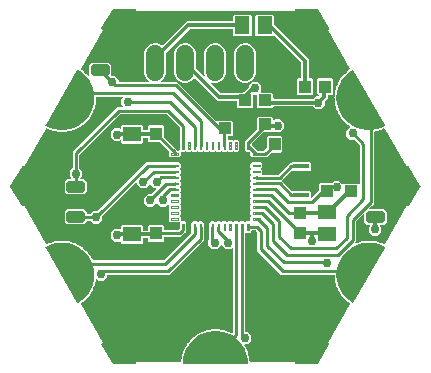
<source format=gbr>
G04 EAGLE Gerber RS-274X export*
G75*
%MOMM*%
%FSLAX34Y34*%
%LPD*%
%INBottom Copper*%
%IPPOS*%
%AMOC8*
5,1,8,0,0,1.08239X$1,22.5*%
G01*
%ADD10R,1.000000X1.100000*%
%ADD11R,1.500000X1.300000*%
%ADD12C,0.124994*%
%ADD13R,5.699988X5.699988*%
%ADD14R,1.399997X0.400000*%
%ADD15R,1.100000X1.000000*%
%ADD16C,0.499997*%
%ADD17C,1.000000*%
%ADD18R,1.300000X1.500000*%
%ADD19C,1.524000*%
%ADD20C,0.756400*%
%ADD21C,0.254000*%
%ADD22C,0.355600*%

G36*
X278630Y195708D02*
X278630Y195708D01*
X278658Y195706D01*
X278726Y195728D01*
X278797Y195742D01*
X278820Y195758D01*
X278847Y195767D01*
X278902Y195814D01*
X278961Y195855D01*
X278976Y195879D01*
X278998Y195897D01*
X279029Y195962D01*
X279068Y196022D01*
X279073Y196050D01*
X279085Y196076D01*
X279094Y196177D01*
X279101Y196219D01*
X279099Y196229D01*
X279100Y196242D01*
X278982Y197719D01*
X316815Y197719D01*
X316900Y197736D01*
X316985Y197748D01*
X316997Y197756D01*
X317011Y197758D01*
X317083Y197807D01*
X317157Y197852D01*
X317165Y197863D01*
X317177Y197871D01*
X317224Y197943D01*
X317275Y198014D01*
X317279Y198028D01*
X317286Y198039D01*
X317296Y198094D01*
X317320Y198188D01*
X317422Y199547D01*
X317413Y199617D01*
X317413Y199687D01*
X317401Y199718D01*
X317397Y199746D01*
X317372Y199790D01*
X317346Y199854D01*
X317343Y199859D01*
X317487Y200492D01*
X317488Y200526D01*
X317499Y200567D01*
X317547Y201214D01*
X317551Y201217D01*
X317595Y201273D01*
X317644Y201323D01*
X317657Y201353D01*
X317674Y201376D01*
X317688Y201425D01*
X317715Y201489D01*
X318242Y203799D01*
X318244Y203869D01*
X318254Y203939D01*
X318247Y203971D01*
X318247Y203999D01*
X318228Y204047D01*
X318213Y204114D01*
X318210Y204119D01*
X318447Y204723D01*
X318454Y204758D01*
X318470Y204796D01*
X318614Y205429D01*
X318619Y205431D01*
X318670Y205480D01*
X318727Y205522D01*
X318744Y205550D01*
X318764Y205570D01*
X318785Y205617D01*
X318821Y205676D01*
X319687Y207881D01*
X319699Y207951D01*
X319719Y208018D01*
X319717Y208051D01*
X319722Y208078D01*
X319710Y208129D01*
X319704Y208198D01*
X319703Y208203D01*
X320027Y208765D01*
X320039Y208798D01*
X320060Y208833D01*
X320297Y209437D01*
X320303Y209439D01*
X320360Y209480D01*
X320423Y209513D01*
X320444Y209538D01*
X320467Y209554D01*
X320494Y209598D01*
X320539Y209651D01*
X321724Y211702D01*
X321733Y211730D01*
X321736Y211735D01*
X321738Y211745D01*
X321746Y211769D01*
X321776Y211833D01*
X321779Y211866D01*
X321787Y211892D01*
X321784Y211944D01*
X321788Y212013D01*
X321788Y212018D01*
X322192Y212526D01*
X322208Y212557D01*
X322235Y212588D01*
X322559Y213150D01*
X322565Y213152D01*
X322628Y213183D01*
X322694Y213207D01*
X322719Y213228D01*
X322744Y213241D01*
X322778Y213280D01*
X322830Y213325D01*
X324307Y215178D01*
X324339Y215240D01*
X324379Y215299D01*
X324386Y215331D01*
X324399Y215356D01*
X324403Y215407D01*
X324417Y215475D01*
X324418Y215480D01*
X324893Y215922D01*
X324914Y215950D01*
X324945Y215977D01*
X325349Y216485D01*
X325355Y216485D01*
X325422Y216507D01*
X325491Y216520D01*
X325519Y216538D01*
X325546Y216547D01*
X325585Y216580D01*
X325643Y216618D01*
X327380Y218229D01*
X327421Y218286D01*
X327469Y218338D01*
X327481Y218369D01*
X327497Y218392D01*
X327509Y218442D01*
X327533Y218507D01*
X327534Y218512D01*
X328070Y218877D01*
X328095Y218902D01*
X328130Y218925D01*
X328605Y219366D01*
X328611Y219366D01*
X328680Y219377D01*
X328751Y219380D01*
X328781Y219394D01*
X328809Y219398D01*
X328852Y219425D01*
X328916Y219454D01*
X330873Y220788D01*
X330922Y220839D01*
X330977Y220883D01*
X330993Y220912D01*
X331013Y220932D01*
X331032Y220980D01*
X331066Y221040D01*
X331068Y221045D01*
X331653Y221327D01*
X331680Y221348D01*
X331718Y221365D01*
X332254Y221730D01*
X332260Y221729D01*
X332330Y221730D01*
X332401Y221722D01*
X332432Y221731D01*
X332460Y221731D01*
X332507Y221752D01*
X332574Y221770D01*
X334709Y222798D01*
X334765Y222841D01*
X334826Y222877D01*
X334846Y222902D01*
X334868Y222919D01*
X334894Y222964D01*
X334937Y223018D01*
X334940Y223023D01*
X335560Y223214D01*
X335590Y223231D01*
X335630Y223242D01*
X336215Y223524D01*
X336220Y223522D01*
X336290Y223512D01*
X336358Y223494D01*
X336391Y223498D01*
X336419Y223494D01*
X336469Y223508D01*
X336537Y223516D01*
X338801Y224214D01*
X338863Y224248D01*
X338929Y224274D01*
X338952Y224297D01*
X338977Y224310D01*
X339009Y224350D01*
X339060Y224398D01*
X339063Y224402D01*
X339704Y224499D01*
X339737Y224511D01*
X339778Y224516D01*
X340399Y224707D01*
X340403Y224704D01*
X340471Y224684D01*
X340536Y224657D01*
X340569Y224656D01*
X340596Y224648D01*
X340647Y224653D01*
X340716Y224651D01*
X343059Y225004D01*
X343125Y225029D01*
X343194Y225045D01*
X343221Y225063D01*
X343247Y225073D01*
X343285Y225108D01*
X343342Y225147D01*
X343346Y225151D01*
X343995Y225151D01*
X344029Y225158D01*
X344070Y225157D01*
X344712Y225254D01*
X344716Y225250D01*
X344780Y225221D01*
X344840Y225183D01*
X344872Y225177D01*
X344898Y225166D01*
X344949Y225164D01*
X345017Y225151D01*
X347387Y225151D01*
X347456Y225165D01*
X347526Y225171D01*
X347556Y225185D01*
X347583Y225191D01*
X347626Y225220D01*
X347688Y225250D01*
X347692Y225254D01*
X348334Y225157D01*
X348369Y225159D01*
X348409Y225151D01*
X349058Y225151D01*
X349062Y225147D01*
X349121Y225108D01*
X349175Y225062D01*
X349206Y225052D01*
X349229Y225036D01*
X349280Y225027D01*
X349345Y225004D01*
X351688Y224651D01*
X351759Y224655D01*
X351829Y224650D01*
X351860Y224660D01*
X351888Y224661D01*
X351935Y224684D01*
X352001Y224704D01*
X352005Y224707D01*
X352626Y224516D01*
X352660Y224512D01*
X352700Y224499D01*
X353341Y224402D01*
X353344Y224398D01*
X353397Y224350D01*
X353443Y224297D01*
X353472Y224282D01*
X353493Y224263D01*
X353542Y224246D01*
X353603Y224214D01*
X355867Y223516D01*
X355937Y223509D01*
X356006Y223494D01*
X356038Y223499D01*
X356066Y223496D01*
X356116Y223511D01*
X356184Y223522D01*
X356189Y223524D01*
X356774Y223242D01*
X356807Y223234D01*
X356844Y223214D01*
X357464Y223023D01*
X357467Y223018D01*
X357512Y222964D01*
X357550Y222904D01*
X357576Y222885D01*
X357594Y222863D01*
X357639Y222839D01*
X357695Y222798D01*
X359830Y221770D01*
X359898Y221753D01*
X359964Y221727D01*
X359997Y221728D01*
X360024Y221721D01*
X360075Y221728D01*
X360144Y221729D01*
X360165Y221733D01*
X360166Y221732D01*
X360213Y221702D01*
X360257Y221694D01*
X360299Y221676D01*
X360355Y221676D01*
X360410Y221666D01*
X360454Y221676D01*
X360499Y221676D01*
X360551Y221697D01*
X360606Y221710D01*
X360643Y221736D01*
X360684Y221753D01*
X360724Y221793D01*
X360769Y221826D01*
X360793Y221864D01*
X360825Y221896D01*
X360846Y221948D01*
X360875Y221996D01*
X360884Y222045D01*
X360899Y222082D01*
X360898Y222123D01*
X360907Y222173D01*
X360907Y293758D01*
X360907Y293760D01*
X360907Y293763D01*
X360887Y293858D01*
X360868Y293954D01*
X360866Y293957D01*
X360866Y293959D01*
X360810Y294040D01*
X360755Y294120D01*
X360753Y294122D01*
X360751Y294124D01*
X360668Y294177D01*
X360587Y294229D01*
X360584Y294230D01*
X360582Y294231D01*
X360486Y294248D01*
X360390Y294265D01*
X360387Y294264D01*
X360385Y294265D01*
X360290Y294243D01*
X360194Y294221D01*
X360192Y294220D01*
X360189Y294219D01*
X360041Y294117D01*
X359068Y293143D01*
X354672Y293143D01*
X351514Y296301D01*
X351509Y296304D01*
X351506Y296309D01*
X351426Y296360D01*
X351347Y296412D01*
X351342Y296413D01*
X351337Y296416D01*
X351243Y296432D01*
X351150Y296450D01*
X351145Y296449D01*
X351140Y296450D01*
X351047Y296428D01*
X350954Y296408D01*
X350949Y296405D01*
X350944Y296404D01*
X350796Y296301D01*
X347638Y293143D01*
X343242Y293143D01*
X340133Y296252D01*
X340133Y300648D01*
X340759Y301274D01*
X340763Y301280D01*
X340769Y301285D01*
X340818Y301363D01*
X340870Y301441D01*
X340871Y301448D01*
X340875Y301455D01*
X340907Y301632D01*
X340907Y312979D01*
X340927Y313090D01*
X340927Y315467D01*
X342187Y316727D01*
X345217Y316727D01*
X345843Y316101D01*
X345848Y316098D01*
X345851Y316094D01*
X345931Y316042D01*
X346010Y315990D01*
X346015Y315989D01*
X346020Y315986D01*
X346114Y315970D01*
X346207Y315952D01*
X346212Y315953D01*
X346218Y315952D01*
X346310Y315974D01*
X346403Y315994D01*
X346408Y315997D01*
X346413Y315998D01*
X346561Y316101D01*
X347187Y316727D01*
X350217Y316727D01*
X350843Y316101D01*
X350848Y316098D01*
X350851Y316094D01*
X350931Y316042D01*
X351010Y315990D01*
X351015Y315989D01*
X351020Y315986D01*
X351114Y315970D01*
X351207Y315952D01*
X351212Y315953D01*
X351218Y315952D01*
X351310Y315974D01*
X351403Y315994D01*
X351408Y315997D01*
X351413Y315998D01*
X351561Y316101D01*
X352187Y316727D01*
X355217Y316727D01*
X355843Y316101D01*
X355848Y316098D01*
X355851Y316094D01*
X355931Y316042D01*
X356010Y315990D01*
X356015Y315989D01*
X356020Y315986D01*
X356114Y315970D01*
X356207Y315952D01*
X356212Y315953D01*
X356218Y315952D01*
X356310Y315974D01*
X356403Y315994D01*
X356408Y315997D01*
X356413Y315998D01*
X356561Y316101D01*
X357187Y316727D01*
X360217Y316727D01*
X360843Y316101D01*
X360848Y316098D01*
X360851Y316094D01*
X360931Y316042D01*
X361010Y315990D01*
X361015Y315989D01*
X361020Y315986D01*
X361114Y315970D01*
X361207Y315952D01*
X361212Y315953D01*
X361218Y315952D01*
X361310Y315974D01*
X361403Y315994D01*
X361408Y315997D01*
X361413Y315998D01*
X361561Y316101D01*
X362187Y316727D01*
X365217Y316727D01*
X365843Y316101D01*
X365848Y316098D01*
X365851Y316094D01*
X365931Y316042D01*
X366010Y315990D01*
X366015Y315989D01*
X366020Y315986D01*
X366114Y315970D01*
X366207Y315952D01*
X366212Y315953D01*
X366218Y315952D01*
X366310Y315974D01*
X366403Y315994D01*
X366408Y315997D01*
X366413Y315998D01*
X366561Y316101D01*
X367187Y316727D01*
X370217Y316727D01*
X370843Y316101D01*
X370848Y316098D01*
X370851Y316094D01*
X370931Y316042D01*
X371010Y315990D01*
X371015Y315989D01*
X371020Y315986D01*
X371114Y315970D01*
X371207Y315952D01*
X371212Y315953D01*
X371218Y315952D01*
X371310Y315974D01*
X371403Y315994D01*
X371408Y315997D01*
X371413Y315998D01*
X371561Y316101D01*
X372187Y316727D01*
X375170Y316727D01*
X375175Y316728D01*
X375180Y316727D01*
X375273Y316748D01*
X375367Y316766D01*
X375371Y316769D01*
X375376Y316770D01*
X375454Y316826D01*
X375532Y316879D01*
X375535Y316883D01*
X375540Y316886D01*
X375590Y316968D01*
X375642Y317047D01*
X375643Y317052D01*
X375645Y317057D01*
X375677Y317234D01*
X375677Y320217D01*
X376303Y320843D01*
X376306Y320848D01*
X376310Y320851D01*
X376362Y320931D01*
X376414Y321010D01*
X376415Y321015D01*
X376418Y321020D01*
X376434Y321114D01*
X376452Y321207D01*
X376451Y321212D01*
X376452Y321218D01*
X376430Y321310D01*
X376410Y321403D01*
X376407Y321408D01*
X376406Y321413D01*
X376303Y321561D01*
X375677Y322187D01*
X375677Y325217D01*
X376303Y325843D01*
X376306Y325848D01*
X376310Y325851D01*
X376362Y325931D01*
X376414Y326010D01*
X376415Y326015D01*
X376418Y326020D01*
X376434Y326114D01*
X376452Y326207D01*
X376451Y326212D01*
X376452Y326218D01*
X376430Y326310D01*
X376410Y326403D01*
X376407Y326408D01*
X376406Y326413D01*
X376303Y326561D01*
X375677Y327187D01*
X375677Y330217D01*
X376303Y330843D01*
X376306Y330848D01*
X376310Y330851D01*
X376362Y330931D01*
X376414Y331010D01*
X376415Y331015D01*
X376418Y331020D01*
X376434Y331114D01*
X376452Y331207D01*
X376451Y331212D01*
X376452Y331218D01*
X376430Y331310D01*
X376410Y331403D01*
X376407Y331408D01*
X376406Y331413D01*
X376303Y331561D01*
X375677Y332187D01*
X375677Y335217D01*
X376303Y335843D01*
X376306Y335848D01*
X376310Y335851D01*
X376362Y335931D01*
X376414Y336010D01*
X376415Y336015D01*
X376418Y336020D01*
X376434Y336114D01*
X376452Y336207D01*
X376451Y336212D01*
X376452Y336218D01*
X376430Y336310D01*
X376410Y336403D01*
X376407Y336408D01*
X376406Y336413D01*
X376303Y336561D01*
X375677Y337187D01*
X375677Y340217D01*
X376303Y340843D01*
X376306Y340848D01*
X376310Y340851D01*
X376362Y340931D01*
X376414Y341010D01*
X376415Y341015D01*
X376418Y341020D01*
X376434Y341114D01*
X376452Y341207D01*
X376451Y341212D01*
X376452Y341218D01*
X376430Y341310D01*
X376410Y341403D01*
X376407Y341408D01*
X376406Y341413D01*
X376303Y341561D01*
X375677Y342187D01*
X375677Y345217D01*
X376303Y345843D01*
X376306Y345848D01*
X376310Y345851D01*
X376362Y345931D01*
X376414Y346010D01*
X376415Y346015D01*
X376418Y346020D01*
X376434Y346114D01*
X376452Y346207D01*
X376451Y346212D01*
X376452Y346218D01*
X376430Y346310D01*
X376410Y346403D01*
X376407Y346408D01*
X376406Y346413D01*
X376303Y346561D01*
X375677Y347187D01*
X375677Y350217D01*
X376303Y350843D01*
X376306Y350848D01*
X376310Y350851D01*
X376362Y350931D01*
X376414Y351010D01*
X376415Y351015D01*
X376418Y351020D01*
X376434Y351114D01*
X376452Y351207D01*
X376451Y351212D01*
X376452Y351218D01*
X376430Y351310D01*
X376410Y351403D01*
X376407Y351408D01*
X376406Y351413D01*
X376303Y351561D01*
X375677Y352187D01*
X375677Y355217D01*
X376303Y355843D01*
X376306Y355848D01*
X376310Y355851D01*
X376362Y355931D01*
X376414Y356010D01*
X376415Y356015D01*
X376418Y356020D01*
X376434Y356114D01*
X376452Y356207D01*
X376451Y356212D01*
X376452Y356218D01*
X376430Y356310D01*
X376410Y356403D01*
X376407Y356408D01*
X376406Y356413D01*
X376303Y356561D01*
X375677Y357187D01*
X375677Y360217D01*
X376303Y360843D01*
X376306Y360848D01*
X376310Y360851D01*
X376362Y360931D01*
X376414Y361010D01*
X376415Y361015D01*
X376418Y361020D01*
X376434Y361114D01*
X376452Y361207D01*
X376451Y361212D01*
X376452Y361218D01*
X376430Y361310D01*
X376410Y361403D01*
X376407Y361408D01*
X376406Y361413D01*
X376303Y361561D01*
X375677Y362187D01*
X375677Y365217D01*
X376937Y366477D01*
X384468Y366477D01*
X385727Y365217D01*
X385727Y362187D01*
X385101Y361561D01*
X385098Y361556D01*
X385094Y361553D01*
X385043Y361473D01*
X384990Y361394D01*
X384989Y361389D01*
X384986Y361384D01*
X384970Y361290D01*
X384952Y361197D01*
X384953Y361192D01*
X384953Y361187D01*
X384974Y361094D01*
X384994Y361001D01*
X384997Y360996D01*
X384998Y360991D01*
X385101Y360843D01*
X385727Y360217D01*
X385727Y357187D01*
X385589Y357049D01*
X385587Y357047D01*
X385585Y357045D01*
X385532Y356963D01*
X385478Y356882D01*
X385477Y356879D01*
X385476Y356877D01*
X385459Y356780D01*
X385440Y356685D01*
X385441Y356682D01*
X385440Y356680D01*
X385462Y356583D01*
X385482Y356489D01*
X385483Y356487D01*
X385484Y356484D01*
X385542Y356403D01*
X385596Y356324D01*
X385598Y356323D01*
X385600Y356321D01*
X385684Y356268D01*
X385765Y356217D01*
X385768Y356216D01*
X385770Y356215D01*
X385948Y356183D01*
X399501Y356183D01*
X399508Y356184D01*
X399516Y356183D01*
X399606Y356204D01*
X399697Y356222D01*
X399704Y356227D01*
X399711Y356229D01*
X399859Y356331D01*
X409333Y365805D01*
X409734Y365805D01*
X409741Y365806D01*
X409749Y365805D01*
X409839Y365826D01*
X409930Y365845D01*
X409937Y365849D01*
X409944Y365851D01*
X410092Y365953D01*
X410674Y366535D01*
X425937Y366535D01*
X426830Y365642D01*
X426830Y360379D01*
X425937Y359485D01*
X411128Y359485D01*
X411120Y359484D01*
X411113Y359485D01*
X411023Y359464D01*
X410932Y359446D01*
X410925Y359441D01*
X410917Y359440D01*
X410769Y359337D01*
X402701Y351269D01*
X402698Y351264D01*
X402694Y351261D01*
X402643Y351181D01*
X402590Y351102D01*
X402589Y351097D01*
X402586Y351092D01*
X402570Y350998D01*
X402553Y350905D01*
X402554Y350900D01*
X402553Y350894D01*
X402574Y350802D01*
X402594Y350709D01*
X402597Y350704D01*
X402598Y350699D01*
X402701Y350551D01*
X410569Y342684D01*
X410575Y342679D01*
X410580Y342673D01*
X410659Y342624D01*
X410736Y342573D01*
X410743Y342571D01*
X410750Y342567D01*
X410927Y342535D01*
X425937Y342535D01*
X426830Y341642D01*
X426830Y336757D01*
X426830Y336754D01*
X426830Y336752D01*
X426850Y336657D01*
X426870Y336560D01*
X426871Y336558D01*
X426872Y336556D01*
X426928Y336475D01*
X426982Y336395D01*
X426984Y336393D01*
X426986Y336391D01*
X427070Y336338D01*
X427150Y336285D01*
X427153Y336285D01*
X427155Y336283D01*
X427252Y336267D01*
X427348Y336250D01*
X427350Y336250D01*
X427353Y336250D01*
X427446Y336272D01*
X427543Y336293D01*
X427545Y336295D01*
X427548Y336295D01*
X427696Y336398D01*
X434017Y342719D01*
X434021Y342726D01*
X434027Y342730D01*
X434076Y342809D01*
X434128Y342886D01*
X434129Y342894D01*
X434133Y342900D01*
X434165Y343078D01*
X434165Y348152D01*
X435058Y349045D01*
X444824Y349045D01*
X444832Y349046D01*
X444839Y349045D01*
X444929Y349066D01*
X445020Y349084D01*
X445027Y349089D01*
X445034Y349091D01*
X445182Y349193D01*
X446736Y350747D01*
X451132Y350747D01*
X453748Y348131D01*
X453752Y348128D01*
X453755Y348124D01*
X453835Y348073D01*
X453915Y348020D01*
X453920Y348019D01*
X453924Y348016D01*
X454018Y348001D01*
X454111Y347983D01*
X454117Y347984D01*
X454122Y347983D01*
X454214Y348005D01*
X454308Y348024D01*
X454312Y348027D01*
X454317Y348028D01*
X454465Y348131D01*
X454878Y348545D01*
X467142Y348545D01*
X467509Y348177D01*
X467512Y348175D01*
X467513Y348173D01*
X467594Y348121D01*
X467676Y348066D01*
X467679Y348065D01*
X467681Y348064D01*
X467777Y348047D01*
X467873Y348028D01*
X467876Y348029D01*
X467878Y348028D01*
X467975Y348050D01*
X468069Y348070D01*
X468071Y348071D01*
X468074Y348072D01*
X468154Y348129D01*
X468234Y348184D01*
X468235Y348187D01*
X468237Y348188D01*
X468289Y348271D01*
X468341Y348353D01*
X468342Y348356D01*
X468343Y348358D01*
X468375Y348536D01*
X468375Y380902D01*
X468374Y380910D01*
X468375Y380918D01*
X468354Y381008D01*
X468336Y381099D01*
X468331Y381105D01*
X468329Y381113D01*
X468227Y381261D01*
X463783Y385705D01*
X463776Y385709D01*
X463772Y385715D01*
X463693Y385764D01*
X463616Y385816D01*
X463608Y385817D01*
X463602Y385821D01*
X463424Y385853D01*
X460082Y385853D01*
X456973Y388962D01*
X456973Y393358D01*
X460007Y396392D01*
X460036Y396436D01*
X460073Y396473D01*
X460091Y396518D01*
X460118Y396559D01*
X460128Y396611D01*
X460147Y396659D01*
X460146Y396708D01*
X460156Y396756D01*
X460145Y396807D01*
X460144Y396860D01*
X460124Y396904D01*
X460114Y396952D01*
X460084Y396995D01*
X460063Y397043D01*
X460024Y397081D01*
X460000Y397116D01*
X459967Y397137D01*
X459934Y397170D01*
X458799Y397944D01*
X458734Y397972D01*
X458672Y398007D01*
X458640Y398011D01*
X458614Y398022D01*
X458563Y398022D01*
X458494Y398032D01*
X458489Y398032D01*
X458013Y398473D01*
X457984Y398491D01*
X457954Y398521D01*
X457418Y398886D01*
X457417Y398892D01*
X457390Y398957D01*
X457372Y399025D01*
X457352Y399051D01*
X457341Y399077D01*
X457305Y399114D01*
X457263Y399169D01*
X455526Y400783D01*
X455466Y400820D01*
X455410Y400863D01*
X455379Y400873D01*
X455355Y400887D01*
X455304Y400895D01*
X455237Y400915D01*
X455232Y400916D01*
X454828Y401423D01*
X454801Y401446D01*
X454776Y401479D01*
X454300Y401920D01*
X454300Y401926D01*
X454284Y401995D01*
X454276Y402065D01*
X454260Y402093D01*
X454253Y402121D01*
X454223Y402162D01*
X454190Y402223D01*
X452712Y404078D01*
X452658Y404123D01*
X452610Y404175D01*
X452580Y404189D01*
X452559Y404207D01*
X452509Y404222D01*
X452447Y404251D01*
X452442Y404253D01*
X452117Y404815D01*
X452094Y404841D01*
X452075Y404878D01*
X451670Y405385D01*
X451671Y405390D01*
X451665Y405461D01*
X451667Y405531D01*
X451656Y405562D01*
X451654Y405590D01*
X451630Y405636D01*
X451606Y405701D01*
X450421Y407755D01*
X450374Y407808D01*
X450334Y407866D01*
X450307Y407884D01*
X450289Y407905D01*
X450242Y407928D01*
X450185Y407966D01*
X450180Y407969D01*
X449943Y408573D01*
X449924Y408602D01*
X449910Y408641D01*
X449586Y409203D01*
X449587Y409208D01*
X449592Y409279D01*
X449604Y409348D01*
X449598Y409380D01*
X449600Y409408D01*
X449583Y409457D01*
X449569Y409525D01*
X448704Y411733D01*
X448666Y411792D01*
X448635Y411855D01*
X448610Y411878D01*
X448595Y411901D01*
X448553Y411930D01*
X448502Y411977D01*
X448497Y411980D01*
X448353Y412613D01*
X448338Y412644D01*
X448330Y412685D01*
X448093Y413289D01*
X448096Y413294D01*
X448111Y413363D01*
X448134Y413430D01*
X448132Y413463D01*
X448138Y413490D01*
X448129Y413541D01*
X448125Y413610D01*
X447598Y415922D01*
X447570Y415986D01*
X447548Y416054D01*
X447528Y416079D01*
X447516Y416105D01*
X447478Y416140D01*
X447435Y416194D01*
X447431Y416197D01*
X447382Y416844D01*
X447373Y416878D01*
X447371Y416919D01*
X447227Y417552D01*
X447230Y417557D01*
X447255Y417623D01*
X447288Y417685D01*
X447291Y417718D01*
X447301Y417744D01*
X447299Y417796D01*
X447306Y417864D01*
X447130Y420229D01*
X447111Y420297D01*
X447100Y420367D01*
X447083Y420395D01*
X447076Y420422D01*
X447044Y420463D01*
X447009Y420522D01*
X447005Y420526D01*
X447054Y421173D01*
X447049Y421208D01*
X447054Y421249D01*
X447005Y421896D01*
X447009Y421900D01*
X447044Y421962D01*
X447085Y422019D01*
X447094Y422051D01*
X447107Y422075D01*
X447113Y422127D01*
X447131Y422193D01*
X447308Y424558D01*
X447300Y424628D01*
X447299Y424699D01*
X447287Y424729D01*
X447284Y424757D01*
X447258Y424802D01*
X447232Y424866D01*
X447229Y424871D01*
X447374Y425503D01*
X447375Y425538D01*
X447385Y425578D01*
X447434Y426225D01*
X447438Y426229D01*
X447482Y426285D01*
X447531Y426335D01*
X447544Y426365D01*
X447561Y426387D01*
X447575Y426437D01*
X447602Y426500D01*
X448130Y428812D01*
X448132Y428883D01*
X448142Y428953D01*
X448135Y428984D01*
X448135Y429012D01*
X448117Y429061D01*
X448101Y429128D01*
X448099Y429133D01*
X448336Y429737D01*
X448342Y429771D01*
X448358Y429809D01*
X448503Y430442D01*
X448507Y430445D01*
X448559Y430493D01*
X448615Y430536D01*
X448632Y430563D01*
X448653Y430583D01*
X448674Y430630D01*
X448710Y430689D01*
X449577Y432896D01*
X449589Y432966D01*
X449610Y433033D01*
X449607Y433066D01*
X449612Y433093D01*
X449601Y433144D01*
X449595Y433213D01*
X449593Y433218D01*
X449918Y433780D01*
X449929Y433813D01*
X449951Y433848D01*
X450188Y434452D01*
X450193Y434454D01*
X450251Y434495D01*
X450313Y434528D01*
X450335Y434553D01*
X450358Y434569D01*
X450385Y434613D01*
X450430Y434665D01*
X451616Y436719D01*
X451639Y436786D01*
X451669Y436849D01*
X451671Y436882D01*
X451680Y436909D01*
X451676Y436960D01*
X451681Y437029D01*
X451680Y437035D01*
X452085Y437542D01*
X452101Y437573D01*
X452128Y437604D01*
X452452Y438166D01*
X452458Y438168D01*
X452502Y438190D01*
X452527Y438195D01*
X452547Y438208D01*
X452588Y438223D01*
X452612Y438244D01*
X452637Y438257D01*
X452665Y438288D01*
X452693Y438307D01*
X452704Y438324D01*
X452723Y438341D01*
X454202Y440195D01*
X454234Y440258D01*
X454274Y440316D01*
X454281Y440348D01*
X454294Y440373D01*
X454298Y440425D01*
X454313Y440492D01*
X454313Y440498D01*
X454789Y440939D01*
X454809Y440967D01*
X454840Y440994D01*
X455245Y441502D01*
X455250Y441502D01*
X455318Y441524D01*
X455387Y441537D01*
X455415Y441555D01*
X455441Y441564D01*
X455481Y441597D01*
X455539Y441634D01*
X457278Y443247D01*
X457319Y443304D01*
X457367Y443356D01*
X457378Y443387D01*
X457395Y443409D01*
X457406Y443460D01*
X457431Y443524D01*
X457432Y443530D01*
X457968Y443895D01*
X457993Y443920D01*
X458028Y443942D01*
X458503Y444384D01*
X458509Y444383D01*
X458579Y444395D01*
X458649Y444398D01*
X458679Y444411D01*
X458707Y444415D01*
X458751Y444443D01*
X458814Y444471D01*
X459934Y445234D01*
X459994Y445296D01*
X460058Y445355D01*
X460064Y445368D01*
X460074Y445378D01*
X460106Y445458D01*
X460142Y445537D01*
X460143Y445551D01*
X460148Y445564D01*
X460146Y445651D01*
X460149Y445737D01*
X460144Y445751D01*
X460143Y445764D01*
X460121Y445815D01*
X460088Y445907D01*
X441197Y478627D01*
X442516Y479251D01*
X442538Y479268D01*
X442565Y479278D01*
X442617Y479327D01*
X442675Y479370D01*
X442689Y479395D01*
X442710Y479414D01*
X442739Y479480D01*
X442775Y479542D01*
X442778Y479570D01*
X442790Y479596D01*
X442791Y479668D01*
X442800Y479739D01*
X442792Y479766D01*
X442793Y479795D01*
X442757Y479890D01*
X442746Y479930D01*
X442739Y479939D01*
X442735Y479951D01*
X433235Y496451D01*
X433183Y496510D01*
X433137Y496572D01*
X433118Y496583D01*
X433103Y496600D01*
X433033Y496634D01*
X432966Y496674D01*
X432942Y496678D01*
X432924Y496686D01*
X432879Y496688D01*
X432802Y496701D01*
X413802Y496701D01*
X413774Y496696D01*
X413746Y496698D01*
X413678Y496676D01*
X413607Y496662D01*
X413584Y496646D01*
X413557Y496637D01*
X413502Y496590D01*
X413443Y496549D01*
X413428Y496525D01*
X413407Y496507D01*
X413375Y496442D01*
X413336Y496382D01*
X413331Y496354D01*
X413319Y496328D01*
X413310Y496227D01*
X413303Y496185D01*
X413305Y496175D01*
X413304Y496162D01*
X413422Y494685D01*
X278982Y494685D01*
X279100Y496162D01*
X279096Y496191D01*
X279101Y496219D01*
X279084Y496288D01*
X279076Y496360D01*
X279062Y496384D01*
X279055Y496412D01*
X279012Y496470D01*
X278977Y496532D01*
X278954Y496549D01*
X278937Y496572D01*
X278875Y496609D01*
X278818Y496652D01*
X278790Y496659D01*
X278766Y496674D01*
X278666Y496690D01*
X278625Y496701D01*
X278615Y496699D01*
X278602Y496701D01*
X259602Y496701D01*
X259526Y496686D01*
X259448Y496677D01*
X259429Y496666D01*
X259407Y496662D01*
X259343Y496618D01*
X259275Y496579D01*
X259259Y496560D01*
X259243Y496549D01*
X259219Y496511D01*
X259169Y496451D01*
X249669Y479951D01*
X249660Y479924D01*
X249644Y479900D01*
X249629Y479830D01*
X249606Y479762D01*
X249609Y479734D01*
X249603Y479706D01*
X249617Y479636D01*
X249622Y479564D01*
X249635Y479539D01*
X249641Y479511D01*
X249681Y479451D01*
X249714Y479388D01*
X249736Y479370D01*
X249752Y479346D01*
X249835Y479288D01*
X249867Y479261D01*
X249878Y479258D01*
X249889Y479251D01*
X251207Y478627D01*
X232316Y445907D01*
X232289Y445825D01*
X232257Y445744D01*
X232257Y445730D01*
X232252Y445717D01*
X232259Y445630D01*
X232260Y445544D01*
X232266Y445531D01*
X232267Y445517D01*
X232306Y445440D01*
X232342Y445360D01*
X232352Y445350D01*
X232358Y445338D01*
X232401Y445303D01*
X232470Y445234D01*
X233590Y444471D01*
X233655Y444444D01*
X233717Y444409D01*
X233749Y444404D01*
X233775Y444393D01*
X233827Y444393D01*
X233895Y444383D01*
X233901Y444384D01*
X234376Y443942D01*
X234406Y443924D01*
X234436Y443895D01*
X234972Y443530D01*
X234973Y443524D01*
X235000Y443459D01*
X235018Y443391D01*
X235038Y443365D01*
X235048Y443339D01*
X235085Y443302D01*
X235126Y443247D01*
X236865Y441634D01*
X236925Y441598D01*
X236981Y441554D01*
X237012Y441544D01*
X237036Y441530D01*
X237087Y441522D01*
X237154Y441502D01*
X237159Y441502D01*
X237564Y440994D01*
X237590Y440972D01*
X237615Y440939D01*
X238091Y440498D01*
X238091Y440492D01*
X238108Y440424D01*
X238116Y440354D01*
X238132Y440325D01*
X238138Y440297D01*
X238169Y440256D01*
X238202Y440195D01*
X238237Y440150D01*
X238261Y440130D01*
X238279Y440104D01*
X238337Y440066D01*
X238391Y440021D01*
X238421Y440012D01*
X238447Y439995D01*
X238516Y439982D01*
X238582Y439962D01*
X238613Y439965D01*
X238644Y439959D01*
X238712Y439974D01*
X238782Y439981D01*
X238809Y439996D01*
X238840Y440003D01*
X238897Y440043D01*
X238958Y440076D01*
X238978Y440101D01*
X239004Y440119D01*
X239040Y440178D01*
X239084Y440232D01*
X239093Y440262D01*
X239109Y440289D01*
X239124Y440371D01*
X239140Y440425D01*
X239137Y440444D01*
X239141Y440466D01*
X239141Y448667D01*
X241499Y451025D01*
X255833Y451025D01*
X258191Y448667D01*
X258191Y440306D01*
X258188Y440302D01*
X258133Y440219D01*
X258132Y440216D01*
X258131Y440214D01*
X258113Y440118D01*
X258095Y440022D01*
X258095Y440019D01*
X258095Y440017D01*
X258116Y439920D01*
X258136Y439826D01*
X258138Y439824D01*
X258139Y439821D01*
X258195Y439741D01*
X258251Y439661D01*
X258253Y439660D01*
X258255Y439658D01*
X258337Y439606D01*
X258420Y439554D01*
X258423Y439553D01*
X258425Y439552D01*
X258602Y439520D01*
X261151Y439520D01*
X264260Y436411D01*
X264260Y435102D01*
X264260Y435101D01*
X264261Y435097D01*
X264260Y435092D01*
X264281Y434999D01*
X264299Y434905D01*
X264302Y434901D01*
X264303Y434896D01*
X264359Y434818D01*
X264412Y434740D01*
X264416Y434737D01*
X264419Y434733D01*
X264501Y434682D01*
X264580Y434630D01*
X264585Y434630D01*
X264590Y434627D01*
X264767Y434595D01*
X289753Y434595D01*
X289756Y434595D01*
X289758Y434595D01*
X289853Y434615D01*
X289950Y434634D01*
X289952Y434636D01*
X289954Y434636D01*
X290035Y434692D01*
X290115Y434747D01*
X290117Y434749D01*
X290119Y434751D01*
X290172Y434834D01*
X290225Y434915D01*
X290225Y434918D01*
X290227Y434920D01*
X290243Y435016D01*
X290260Y435112D01*
X290260Y435115D01*
X290260Y435117D01*
X290238Y435211D01*
X290217Y435308D01*
X290215Y435310D01*
X290215Y435313D01*
X290112Y435461D01*
X287522Y438050D01*
X286130Y441411D01*
X286130Y460289D01*
X287522Y463650D01*
X290095Y466223D01*
X291008Y466601D01*
X292233Y467108D01*
X293456Y467615D01*
X297094Y467615D01*
X300455Y466223D01*
X300952Y465725D01*
X300957Y465723D01*
X300960Y465718D01*
X301040Y465667D01*
X301119Y465614D01*
X301124Y465613D01*
X301129Y465611D01*
X301223Y465595D01*
X301316Y465577D01*
X301321Y465578D01*
X301326Y465577D01*
X301419Y465599D01*
X301512Y465618D01*
X301516Y465621D01*
X301522Y465623D01*
X301670Y465725D01*
X321847Y485903D01*
X360453Y485903D01*
X360458Y485904D01*
X360463Y485903D01*
X360556Y485924D01*
X360650Y485942D01*
X360654Y485945D01*
X360659Y485946D01*
X360737Y486002D01*
X360815Y486055D01*
X360818Y486059D01*
X360822Y486062D01*
X360873Y486144D01*
X360925Y486223D01*
X360925Y486228D01*
X360928Y486233D01*
X360960Y486410D01*
X360960Y490732D01*
X361853Y491625D01*
X376117Y491625D01*
X377010Y490732D01*
X377010Y474468D01*
X376117Y473575D01*
X361853Y473575D01*
X360960Y474468D01*
X360960Y478790D01*
X360959Y478795D01*
X360960Y478800D01*
X360939Y478893D01*
X360921Y478987D01*
X360918Y478991D01*
X360917Y478996D01*
X360861Y479074D01*
X360808Y479152D01*
X360804Y479155D01*
X360801Y479159D01*
X360719Y479210D01*
X360640Y479262D01*
X360635Y479262D01*
X360630Y479265D01*
X360453Y479297D01*
X324793Y479297D01*
X324785Y479296D01*
X324778Y479297D01*
X324688Y479276D01*
X324597Y479258D01*
X324590Y479253D01*
X324582Y479251D01*
X324434Y479149D01*
X304568Y459283D01*
X304564Y459276D01*
X304558Y459271D01*
X304509Y459193D01*
X304457Y459116D01*
X304456Y459108D01*
X304452Y459101D01*
X304420Y458924D01*
X304420Y441411D01*
X303028Y438050D01*
X300438Y435461D01*
X300437Y435458D01*
X300435Y435457D01*
X300382Y435376D01*
X300327Y435294D01*
X300327Y435291D01*
X300325Y435289D01*
X300308Y435193D01*
X300290Y435097D01*
X300290Y435094D01*
X300290Y435092D01*
X300311Y434995D01*
X300331Y434901D01*
X300333Y434899D01*
X300333Y434896D01*
X300390Y434816D01*
X300446Y434736D01*
X300448Y434735D01*
X300449Y434733D01*
X300532Y434681D01*
X300615Y434629D01*
X300617Y434628D01*
X300620Y434627D01*
X300797Y434595D01*
X313968Y434595D01*
X347079Y401483D01*
X347084Y401480D01*
X347087Y401476D01*
X347167Y401425D01*
X347246Y401372D01*
X347251Y401371D01*
X347256Y401368D01*
X347350Y401352D01*
X347443Y401334D01*
X347448Y401336D01*
X347454Y401335D01*
X347546Y401356D01*
X347639Y401376D01*
X347644Y401379D01*
X347649Y401380D01*
X347797Y401483D01*
X348198Y401885D01*
X360462Y401885D01*
X361355Y400992D01*
X361355Y389728D01*
X360462Y388835D01*
X357004Y388835D01*
X356999Y388834D01*
X356994Y388835D01*
X356901Y388814D01*
X356807Y388796D01*
X356803Y388793D01*
X356798Y388792D01*
X356720Y388736D01*
X356642Y388683D01*
X356639Y388679D01*
X356635Y388676D01*
X356584Y388594D01*
X356532Y388515D01*
X356532Y388510D01*
X356529Y388505D01*
X356497Y388328D01*
X356497Y386234D01*
X356498Y386229D01*
X356497Y386224D01*
X356518Y386131D01*
X356536Y386038D01*
X356539Y386033D01*
X356540Y386028D01*
X356596Y385950D01*
X356649Y385872D01*
X356653Y385869D01*
X356656Y385865D01*
X356738Y385814D01*
X356817Y385763D01*
X356822Y385762D01*
X356827Y385759D01*
X357004Y385727D01*
X360217Y385727D01*
X360843Y385101D01*
X360848Y385098D01*
X360851Y385094D01*
X360931Y385043D01*
X361010Y384990D01*
X361015Y384989D01*
X361020Y384986D01*
X361114Y384970D01*
X361207Y384952D01*
X361212Y384953D01*
X361217Y384953D01*
X361310Y384974D01*
X361403Y384994D01*
X361408Y384997D01*
X361413Y384998D01*
X361561Y385101D01*
X362187Y385727D01*
X365217Y385727D01*
X366477Y384468D01*
X366477Y376937D01*
X365217Y375677D01*
X362187Y375677D01*
X361561Y376303D01*
X361556Y376306D01*
X361553Y376310D01*
X361473Y376362D01*
X361394Y376414D01*
X361389Y376415D01*
X361384Y376418D01*
X361290Y376434D01*
X361197Y376452D01*
X361192Y376451D01*
X361186Y376452D01*
X361094Y376430D01*
X361001Y376410D01*
X360996Y376407D01*
X360991Y376406D01*
X360843Y376303D01*
X360217Y375677D01*
X357187Y375677D01*
X356561Y376303D01*
X356556Y376306D01*
X356553Y376310D01*
X356473Y376362D01*
X356394Y376414D01*
X356389Y376415D01*
X356384Y376418D01*
X356290Y376434D01*
X356197Y376452D01*
X356192Y376451D01*
X356186Y376452D01*
X356094Y376430D01*
X356001Y376410D01*
X355996Y376407D01*
X355991Y376406D01*
X355843Y376303D01*
X355217Y375677D01*
X352187Y375677D01*
X351561Y376303D01*
X351556Y376306D01*
X351553Y376310D01*
X351473Y376362D01*
X351394Y376414D01*
X351389Y376415D01*
X351384Y376418D01*
X351290Y376434D01*
X351197Y376452D01*
X351192Y376451D01*
X351186Y376452D01*
X351094Y376430D01*
X351001Y376410D01*
X350996Y376407D01*
X350991Y376406D01*
X350843Y376303D01*
X350217Y375677D01*
X347187Y375677D01*
X346561Y376303D01*
X346556Y376306D01*
X346553Y376310D01*
X346473Y376362D01*
X346394Y376414D01*
X346389Y376415D01*
X346384Y376418D01*
X346290Y376434D01*
X346197Y376452D01*
X346192Y376451D01*
X346186Y376452D01*
X346094Y376430D01*
X346001Y376410D01*
X345996Y376407D01*
X345991Y376406D01*
X345843Y376303D01*
X345217Y375677D01*
X342187Y375677D01*
X341561Y376303D01*
X341556Y376306D01*
X341553Y376310D01*
X341473Y376362D01*
X341394Y376414D01*
X341389Y376415D01*
X341384Y376418D01*
X341290Y376434D01*
X341197Y376452D01*
X341192Y376451D01*
X341186Y376452D01*
X341094Y376430D01*
X341001Y376410D01*
X340996Y376407D01*
X340991Y376406D01*
X340843Y376303D01*
X340217Y375677D01*
X337187Y375677D01*
X336561Y376303D01*
X336556Y376306D01*
X336553Y376310D01*
X336473Y376362D01*
X336394Y376414D01*
X336389Y376415D01*
X336384Y376418D01*
X336290Y376434D01*
X336197Y376452D01*
X336192Y376451D01*
X336186Y376452D01*
X336094Y376430D01*
X336001Y376410D01*
X335996Y376407D01*
X335991Y376406D01*
X335843Y376303D01*
X335217Y375677D01*
X332187Y375677D01*
X331561Y376303D01*
X331556Y376306D01*
X331553Y376310D01*
X331473Y376362D01*
X331394Y376414D01*
X331389Y376415D01*
X331384Y376418D01*
X331290Y376434D01*
X331197Y376452D01*
X331192Y376451D01*
X331186Y376452D01*
X331094Y376430D01*
X331001Y376410D01*
X330996Y376407D01*
X330991Y376406D01*
X330843Y376303D01*
X330217Y375677D01*
X327187Y375677D01*
X326561Y376303D01*
X326556Y376306D01*
X326553Y376310D01*
X326473Y376361D01*
X326394Y376414D01*
X326389Y376415D01*
X326384Y376418D01*
X326290Y376434D01*
X326197Y376452D01*
X326192Y376451D01*
X326187Y376452D01*
X326094Y376430D01*
X326001Y376410D01*
X325996Y376407D01*
X325991Y376406D01*
X325843Y376303D01*
X325217Y375677D01*
X322187Y375677D01*
X321561Y376303D01*
X321556Y376306D01*
X321553Y376310D01*
X321473Y376362D01*
X321394Y376414D01*
X321389Y376415D01*
X321384Y376418D01*
X321290Y376434D01*
X321197Y376452D01*
X321192Y376451D01*
X321186Y376452D01*
X321094Y376430D01*
X321001Y376410D01*
X320996Y376407D01*
X320991Y376406D01*
X320843Y376303D01*
X320217Y375677D01*
X317234Y375677D01*
X317229Y375676D01*
X317224Y375677D01*
X317131Y375656D01*
X317037Y375638D01*
X317033Y375635D01*
X317028Y375634D01*
X316950Y375578D01*
X316872Y375525D01*
X316869Y375521D01*
X316864Y375518D01*
X316814Y375436D01*
X316762Y375357D01*
X316761Y375352D01*
X316759Y375347D01*
X316727Y375170D01*
X316727Y372187D01*
X315467Y370927D01*
X313090Y370927D01*
X313082Y370926D01*
X313074Y370927D01*
X312989Y370907D01*
X310425Y370907D01*
X310314Y370927D01*
X307936Y370927D01*
X306677Y372187D01*
X306677Y375217D01*
X306735Y375275D01*
X306738Y375280D01*
X306742Y375283D01*
X306794Y375363D01*
X306846Y375442D01*
X306847Y375447D01*
X306850Y375452D01*
X306866Y375546D01*
X306884Y375639D01*
X306883Y375644D01*
X306883Y375649D01*
X306862Y375742D01*
X306842Y375835D01*
X306839Y375839D01*
X306838Y375845D01*
X306735Y375993D01*
X299131Y383597D01*
X299124Y383601D01*
X299120Y383607D01*
X299041Y383656D01*
X298964Y383708D01*
X298956Y383709D01*
X298950Y383713D01*
X298772Y383745D01*
X290278Y383745D01*
X289385Y384638D01*
X289385Y386690D01*
X289384Y386695D01*
X289385Y386700D01*
X289364Y386793D01*
X289346Y386887D01*
X289343Y386891D01*
X289342Y386896D01*
X289286Y386974D01*
X289233Y387052D01*
X289229Y387055D01*
X289226Y387059D01*
X289144Y387110D01*
X289065Y387162D01*
X289060Y387162D01*
X289055Y387165D01*
X288878Y387197D01*
X285122Y387197D01*
X285117Y387196D01*
X285112Y387197D01*
X285019Y387176D01*
X284925Y387158D01*
X284921Y387155D01*
X284916Y387154D01*
X284838Y387098D01*
X284760Y387045D01*
X284757Y387041D01*
X284753Y387038D01*
X284702Y386956D01*
X284650Y386877D01*
X284650Y386872D01*
X284647Y386867D01*
X284615Y386690D01*
X284615Y383368D01*
X283722Y382475D01*
X267458Y382475D01*
X266565Y383368D01*
X266565Y384836D01*
X266565Y384838D01*
X266565Y384841D01*
X266545Y384936D01*
X266526Y385032D01*
X266524Y385035D01*
X266524Y385037D01*
X266468Y385118D01*
X266413Y385198D01*
X266411Y385200D01*
X266409Y385202D01*
X266326Y385255D01*
X266245Y385307D01*
X266242Y385308D01*
X266240Y385309D01*
X266144Y385326D01*
X266048Y385343D01*
X266045Y385342D01*
X266043Y385343D01*
X265948Y385321D01*
X265852Y385299D01*
X265850Y385298D01*
X265847Y385297D01*
X265699Y385195D01*
X265088Y384583D01*
X260692Y384583D01*
X257583Y387692D01*
X257583Y392088D01*
X260692Y395197D01*
X265088Y395197D01*
X265699Y394585D01*
X265702Y394584D01*
X265703Y394582D01*
X265783Y394530D01*
X265866Y394475D01*
X265869Y394474D01*
X265871Y394473D01*
X265967Y394455D01*
X266063Y394437D01*
X266066Y394437D01*
X266068Y394437D01*
X266165Y394458D01*
X266259Y394479D01*
X266261Y394480D01*
X266264Y394481D01*
X266344Y394537D01*
X266424Y394593D01*
X266425Y394595D01*
X266427Y394597D01*
X266479Y394679D01*
X266531Y394762D01*
X266532Y394765D01*
X266533Y394767D01*
X266565Y394944D01*
X266565Y397632D01*
X267458Y398525D01*
X283722Y398525D01*
X284615Y397632D01*
X284615Y394310D01*
X284616Y394305D01*
X284615Y394300D01*
X284636Y394207D01*
X284654Y394113D01*
X284657Y394109D01*
X284658Y394104D01*
X284714Y394026D01*
X284767Y393948D01*
X284771Y393945D01*
X284774Y393941D01*
X284856Y393890D01*
X284935Y393838D01*
X284940Y393838D01*
X284945Y393835D01*
X285122Y393803D01*
X288878Y393803D01*
X288883Y393804D01*
X288888Y393803D01*
X288981Y393824D01*
X289075Y393842D01*
X289079Y393845D01*
X289084Y393846D01*
X289162Y393902D01*
X289240Y393955D01*
X289243Y393959D01*
X289247Y393962D01*
X289298Y394044D01*
X289350Y394123D01*
X289350Y394128D01*
X289353Y394133D01*
X289385Y394310D01*
X289385Y396902D01*
X290278Y397795D01*
X301542Y397795D01*
X302435Y396902D01*
X302435Y388408D01*
X302436Y388400D01*
X302435Y388392D01*
X302456Y388302D01*
X302474Y388211D01*
X302479Y388205D01*
X302481Y388197D01*
X302583Y388049D01*
X314007Y376625D01*
X314014Y376621D01*
X314018Y376614D01*
X314097Y376566D01*
X314174Y376514D01*
X314182Y376513D01*
X314188Y376509D01*
X314366Y376477D01*
X315420Y376477D01*
X315425Y376478D01*
X315430Y376477D01*
X315523Y376498D01*
X315617Y376516D01*
X315621Y376519D01*
X315626Y376520D01*
X315704Y376576D01*
X315782Y376629D01*
X315785Y376633D01*
X315790Y376636D01*
X315840Y376718D01*
X315892Y376797D01*
X315893Y376802D01*
X315895Y376807D01*
X315927Y376984D01*
X315927Y379314D01*
X315926Y379319D01*
X315927Y379325D01*
X315927Y379327D01*
X315927Y379330D01*
X315907Y379415D01*
X315907Y396210D01*
X315906Y396218D01*
X315907Y396226D01*
X315886Y396316D01*
X315868Y396407D01*
X315863Y396413D01*
X315861Y396421D01*
X315759Y396569D01*
X305061Y407267D01*
X305054Y407271D01*
X305050Y407277D01*
X304971Y407326D01*
X304894Y407378D01*
X304886Y407379D01*
X304880Y407383D01*
X304702Y407415D01*
X265528Y407415D01*
X265520Y407414D01*
X265512Y407415D01*
X265422Y407394D01*
X265331Y407376D01*
X265325Y407371D01*
X265317Y407369D01*
X265169Y407267D01*
X231035Y373133D01*
X231031Y373126D01*
X231025Y373122D01*
X230976Y373043D01*
X230924Y372966D01*
X230923Y372958D01*
X230919Y372952D01*
X230887Y372774D01*
X230887Y361790D01*
X230888Y361782D01*
X230887Y361775D01*
X230908Y361685D01*
X230926Y361594D01*
X230931Y361587D01*
X230933Y361580D01*
X231035Y361432D01*
X233399Y359068D01*
X233399Y354672D01*
X232065Y353339D01*
X232064Y353336D01*
X232062Y353335D01*
X232010Y353255D01*
X231955Y353172D01*
X231954Y353169D01*
X231953Y353167D01*
X231935Y353071D01*
X231917Y352975D01*
X231917Y352972D01*
X231917Y352970D01*
X231938Y352873D01*
X231959Y352779D01*
X231960Y352777D01*
X231961Y352774D01*
X232017Y352694D01*
X232073Y352614D01*
X232075Y352613D01*
X232077Y352610D01*
X232160Y352558D01*
X232242Y352507D01*
X232245Y352506D01*
X232247Y352505D01*
X232424Y352473D01*
X235259Y352473D01*
X237617Y350115D01*
X237617Y341781D01*
X235259Y339423D01*
X220925Y339423D01*
X218567Y341781D01*
X218567Y350115D01*
X220925Y352473D01*
X223760Y352473D01*
X223762Y352473D01*
X223765Y352473D01*
X223860Y352493D01*
X223956Y352512D01*
X223959Y352514D01*
X223961Y352514D01*
X224042Y352570D01*
X224122Y352625D01*
X224124Y352627D01*
X224126Y352629D01*
X224179Y352712D01*
X224231Y352793D01*
X224232Y352796D01*
X224233Y352798D01*
X224250Y352894D01*
X224267Y352990D01*
X224266Y352993D01*
X224267Y352995D01*
X224245Y353089D01*
X224223Y353186D01*
X224222Y353188D01*
X224221Y353191D01*
X224119Y353339D01*
X222785Y354672D01*
X222785Y359068D01*
X225149Y361432D01*
X225153Y361438D01*
X225159Y361443D01*
X225208Y361521D01*
X225260Y361599D01*
X225261Y361606D01*
X225265Y361613D01*
X225297Y361790D01*
X225297Y375300D01*
X263002Y413005D01*
X267876Y413005D01*
X267878Y413005D01*
X267881Y413005D01*
X267976Y413025D01*
X268072Y413044D01*
X268075Y413046D01*
X268077Y413046D01*
X268158Y413102D01*
X268238Y413157D01*
X268240Y413159D01*
X268242Y413161D01*
X268295Y413244D01*
X268347Y413325D01*
X268348Y413328D01*
X268349Y413330D01*
X268366Y413426D01*
X268383Y413522D01*
X268382Y413525D01*
X268383Y413527D01*
X268361Y413622D01*
X268339Y413718D01*
X268338Y413720D01*
X268337Y413723D01*
X268235Y413871D01*
X266473Y415632D01*
X266473Y420028D01*
X267647Y421201D01*
X267648Y421204D01*
X267650Y421205D01*
X267702Y421285D01*
X267757Y421368D01*
X267758Y421371D01*
X267759Y421373D01*
X267777Y421469D01*
X267795Y421565D01*
X267795Y421568D01*
X267795Y421570D01*
X267774Y421667D01*
X267753Y421761D01*
X267752Y421763D01*
X267751Y421766D01*
X267695Y421846D01*
X267639Y421926D01*
X267637Y421927D01*
X267635Y421929D01*
X267551Y421982D01*
X267470Y422033D01*
X267467Y422034D01*
X267465Y422035D01*
X267288Y422067D01*
X245882Y422067D01*
X245797Y422050D01*
X245711Y422038D01*
X245699Y422030D01*
X245686Y422028D01*
X245614Y421979D01*
X245540Y421934D01*
X245531Y421923D01*
X245520Y421915D01*
X245473Y421842D01*
X245421Y421772D01*
X245418Y421758D01*
X245411Y421747D01*
X245401Y421692D01*
X245376Y421598D01*
X245350Y421249D01*
X245355Y421215D01*
X245350Y421173D01*
X245399Y420526D01*
X245395Y420522D01*
X245361Y420461D01*
X245319Y420404D01*
X245311Y420372D01*
X245297Y420347D01*
X245291Y420296D01*
X245274Y420229D01*
X245098Y417864D01*
X245106Y417794D01*
X245107Y417724D01*
X245119Y417693D01*
X245123Y417665D01*
X245148Y417621D01*
X245174Y417557D01*
X245177Y417552D01*
X245033Y416919D01*
X245032Y416885D01*
X245022Y416844D01*
X244973Y416197D01*
X244969Y416194D01*
X244926Y416138D01*
X244876Y416088D01*
X244863Y416058D01*
X244846Y416035D01*
X244833Y415985D01*
X244806Y415922D01*
X244279Y413610D01*
X244277Y413539D01*
X244267Y413469D01*
X244274Y413438D01*
X244274Y413410D01*
X244292Y413361D01*
X244308Y413294D01*
X244311Y413289D01*
X244074Y412685D01*
X244068Y412651D01*
X244051Y412613D01*
X243907Y411980D01*
X243902Y411977D01*
X243851Y411928D01*
X243795Y411886D01*
X243778Y411858D01*
X243757Y411839D01*
X243737Y411792D01*
X243700Y411733D01*
X242835Y409525D01*
X242822Y409455D01*
X242802Y409388D01*
X242805Y409355D01*
X242800Y409328D01*
X242811Y409277D01*
X242817Y409208D01*
X242818Y409203D01*
X242494Y408641D01*
X242483Y408608D01*
X242461Y408573D01*
X242224Y407969D01*
X242219Y407966D01*
X242161Y407926D01*
X242099Y407893D01*
X242078Y407868D01*
X242055Y407851D01*
X242028Y407808D01*
X241983Y407755D01*
X240798Y405701D01*
X240775Y405634D01*
X240745Y405570D01*
X240743Y405538D01*
X240734Y405511D01*
X240738Y405460D01*
X240733Y405390D01*
X240734Y405385D01*
X240329Y404878D01*
X240313Y404847D01*
X240287Y404815D01*
X239962Y404253D01*
X239957Y404251D01*
X239894Y404220D01*
X239827Y404196D01*
X239803Y404175D01*
X239778Y404162D01*
X239744Y404123D01*
X239692Y404078D01*
X238214Y402223D01*
X238182Y402160D01*
X238142Y402102D01*
X238135Y402070D01*
X238122Y402045D01*
X238119Y401993D01*
X238104Y401926D01*
X238104Y401920D01*
X237628Y401479D01*
X237608Y401451D01*
X237576Y401423D01*
X237172Y400916D01*
X237167Y400915D01*
X237099Y400893D01*
X237030Y400880D01*
X237002Y400862D01*
X236976Y400854D01*
X236937Y400820D01*
X236878Y400783D01*
X235141Y399169D01*
X235099Y399112D01*
X235052Y399060D01*
X235040Y399029D01*
X235024Y399007D01*
X235012Y398956D01*
X234987Y398892D01*
X234986Y398886D01*
X234450Y398521D01*
X234426Y398496D01*
X234391Y398473D01*
X233915Y398032D01*
X233910Y398032D01*
X233840Y398021D01*
X233770Y398018D01*
X233740Y398004D01*
X233712Y398000D01*
X233668Y397972D01*
X233605Y397944D01*
X231646Y396608D01*
X231597Y396557D01*
X231542Y396513D01*
X231526Y396484D01*
X231506Y396464D01*
X231487Y396416D01*
X231453Y396356D01*
X231452Y396351D01*
X230867Y396069D01*
X230839Y396048D01*
X230801Y396031D01*
X230265Y395665D01*
X230260Y395666D01*
X230189Y395666D01*
X230119Y395673D01*
X230088Y395664D01*
X230060Y395664D01*
X230012Y395643D01*
X229946Y395625D01*
X227809Y394595D01*
X227753Y394553D01*
X227692Y394517D01*
X227672Y394491D01*
X227650Y394474D01*
X227624Y394430D01*
X227581Y394375D01*
X227579Y394370D01*
X226958Y394179D01*
X226928Y394162D01*
X226888Y394151D01*
X226303Y393870D01*
X226298Y393871D01*
X226228Y393881D01*
X226160Y393899D01*
X226127Y393895D01*
X226100Y393899D01*
X226050Y393886D01*
X225981Y393877D01*
X223715Y393178D01*
X223653Y393144D01*
X223588Y393118D01*
X223564Y393095D01*
X223539Y393082D01*
X223507Y393041D01*
X223457Y392994D01*
X223454Y392989D01*
X222812Y392893D01*
X222779Y392881D01*
X222738Y392876D01*
X222118Y392684D01*
X222113Y392687D01*
X222045Y392707D01*
X221981Y392735D01*
X221948Y392736D01*
X221921Y392744D01*
X221870Y392738D01*
X221800Y392740D01*
X219456Y392386D01*
X219389Y392361D01*
X219321Y392345D01*
X219294Y392327D01*
X219267Y392317D01*
X219229Y392282D01*
X219173Y392243D01*
X219169Y392239D01*
X218520Y392239D01*
X218486Y392232D01*
X218444Y392233D01*
X217803Y392136D01*
X217798Y392139D01*
X217734Y392169D01*
X217674Y392206D01*
X217642Y392212D01*
X217617Y392224D01*
X217565Y392226D01*
X217497Y392238D01*
X215126Y392237D01*
X215056Y392223D01*
X214986Y392218D01*
X214957Y392203D01*
X214929Y392198D01*
X214886Y392169D01*
X214824Y392138D01*
X214820Y392135D01*
X214178Y392231D01*
X214144Y392230D01*
X214103Y392237D01*
X213454Y392237D01*
X213450Y392241D01*
X213391Y392280D01*
X213337Y392326D01*
X213306Y392336D01*
X213283Y392352D01*
X213232Y392361D01*
X213167Y392384D01*
X210822Y392736D01*
X210751Y392733D01*
X210681Y392738D01*
X210650Y392728D01*
X210622Y392726D01*
X210575Y392704D01*
X210509Y392683D01*
X210504Y392680D01*
X209884Y392872D01*
X209850Y392875D01*
X209810Y392888D01*
X209169Y392985D01*
X209165Y392989D01*
X209113Y393037D01*
X209067Y393090D01*
X209038Y393105D01*
X209017Y393124D01*
X208968Y393141D01*
X208907Y393173D01*
X206640Y393871D01*
X206570Y393878D01*
X206501Y393893D01*
X206469Y393888D01*
X206441Y393891D01*
X206392Y393876D01*
X206323Y393865D01*
X206318Y393863D01*
X205733Y394145D01*
X205700Y394153D01*
X205663Y394172D01*
X205043Y394363D01*
X205040Y394368D01*
X204996Y394423D01*
X204958Y394482D01*
X204931Y394502D01*
X204913Y394523D01*
X204868Y394547D01*
X204812Y394588D01*
X203574Y395184D01*
X203490Y395205D01*
X203407Y395231D01*
X203393Y395230D01*
X203380Y395233D01*
X203294Y395220D01*
X203208Y395212D01*
X203195Y395206D01*
X203181Y395204D01*
X203108Y395159D01*
X203031Y395118D01*
X203021Y395106D01*
X203010Y395099D01*
X202977Y395055D01*
X202915Y394980D01*
X184023Y362259D01*
X182786Y363113D01*
X182759Y363124D01*
X182737Y363143D01*
X182668Y363163D01*
X182603Y363191D01*
X182574Y363191D01*
X182546Y363199D01*
X182475Y363191D01*
X182404Y363192D01*
X182377Y363180D01*
X182348Y363177D01*
X182286Y363142D01*
X182221Y363114D01*
X182200Y363094D01*
X182175Y363079D01*
X182112Y363002D01*
X182082Y362972D01*
X182078Y362962D01*
X182069Y362951D01*
X172569Y346451D01*
X172545Y346378D01*
X172514Y346308D01*
X172514Y346284D01*
X172506Y346262D01*
X172513Y346186D01*
X172512Y346109D01*
X172521Y346085D01*
X172522Y346064D01*
X172543Y346025D01*
X172562Y345973D01*
X172563Y345967D01*
X172565Y345965D01*
X172569Y345953D01*
X182069Y329453D01*
X182088Y329431D01*
X182101Y329405D01*
X182154Y329357D01*
X182201Y329304D01*
X182227Y329291D01*
X182249Y329272D01*
X182316Y329249D01*
X182380Y329218D01*
X182409Y329217D01*
X182436Y329207D01*
X182508Y329212D01*
X182579Y329209D01*
X182606Y329219D01*
X182635Y329221D01*
X182725Y329263D01*
X182765Y329278D01*
X182773Y329285D01*
X182786Y329291D01*
X184023Y330145D01*
X202915Y297424D01*
X202972Y297359D01*
X203026Y297291D01*
X203038Y297284D01*
X203047Y297273D01*
X203125Y297236D01*
X203201Y297194D01*
X203215Y297192D01*
X203228Y297186D01*
X203314Y297182D01*
X203400Y297172D01*
X203415Y297176D01*
X203428Y297176D01*
X203480Y297194D01*
X203574Y297220D01*
X204812Y297816D01*
X204868Y297859D01*
X204929Y297894D01*
X204949Y297920D01*
X204972Y297937D01*
X204998Y297982D01*
X205040Y298036D01*
X205043Y298041D01*
X205663Y298232D01*
X205693Y298248D01*
X205733Y298259D01*
X206318Y298541D01*
X206323Y298539D01*
X206393Y298529D01*
X206462Y298511D01*
X206494Y298515D01*
X206522Y298511D01*
X206572Y298525D01*
X206640Y298533D01*
X208907Y299231D01*
X208969Y299265D01*
X209034Y299291D01*
X209058Y299314D01*
X209083Y299327D01*
X209115Y299367D01*
X209165Y299415D01*
X209169Y299419D01*
X209810Y299516D01*
X209843Y299527D01*
X209884Y299532D01*
X210504Y299724D01*
X210509Y299721D01*
X210533Y299714D01*
X210543Y299708D01*
X210569Y299703D01*
X210577Y299701D01*
X210642Y299673D01*
X210674Y299672D01*
X210701Y299664D01*
X210753Y299670D01*
X210822Y299668D01*
X213167Y300020D01*
X213233Y300044D01*
X213302Y300061D01*
X213329Y300079D01*
X213355Y300089D01*
X213393Y300124D01*
X213450Y300163D01*
X213454Y300167D01*
X214103Y300167D01*
X214137Y300174D01*
X214178Y300173D01*
X214820Y300269D01*
X214824Y300266D01*
X214888Y300236D01*
X214948Y300199D01*
X214981Y300193D01*
X215006Y300181D01*
X215058Y300179D01*
X215126Y300167D01*
X217497Y300166D01*
X217566Y300180D01*
X217637Y300185D01*
X217666Y300200D01*
X217693Y300205D01*
X217736Y300234D01*
X217798Y300265D01*
X217803Y300268D01*
X218444Y300171D01*
X218479Y300173D01*
X218520Y300165D01*
X219169Y300165D01*
X219173Y300161D01*
X219231Y300122D01*
X219285Y300077D01*
X219316Y300066D01*
X219340Y300050D01*
X219390Y300041D01*
X219456Y300018D01*
X221800Y299664D01*
X221871Y299668D01*
X221941Y299663D01*
X221973Y299673D01*
X222001Y299674D01*
X222047Y299696D01*
X222113Y299717D01*
X222118Y299720D01*
X222738Y299528D01*
X222772Y299525D01*
X222812Y299511D01*
X223454Y299415D01*
X223457Y299410D01*
X223509Y299363D01*
X223555Y299309D01*
X223585Y299294D01*
X223605Y299275D01*
X223654Y299258D01*
X223715Y299226D01*
X225981Y298527D01*
X226051Y298520D01*
X226120Y298504D01*
X226153Y298509D01*
X226181Y298507D01*
X226230Y298522D01*
X226298Y298533D01*
X226303Y298534D01*
X226888Y298253D01*
X226922Y298244D01*
X226958Y298225D01*
X227579Y298034D01*
X227581Y298029D01*
X227626Y297974D01*
X227664Y297914D01*
X227690Y297895D01*
X227708Y297873D01*
X227753Y297849D01*
X227809Y297809D01*
X229946Y296779D01*
X230014Y296762D01*
X230080Y296736D01*
X230113Y296736D01*
X230140Y296729D01*
X230191Y296737D01*
X230260Y296738D01*
X230265Y296739D01*
X230801Y296373D01*
X230833Y296359D01*
X230867Y296335D01*
X231452Y296053D01*
X231453Y296048D01*
X231489Y295987D01*
X231518Y295923D01*
X231541Y295900D01*
X231556Y295876D01*
X231597Y295845D01*
X231646Y295796D01*
X233605Y294460D01*
X233670Y294432D01*
X233732Y294397D01*
X233764Y294393D01*
X233790Y294382D01*
X233841Y294382D01*
X233910Y294372D01*
X233915Y294372D01*
X234391Y293931D01*
X234420Y293913D01*
X234450Y293883D01*
X234986Y293518D01*
X234987Y293512D01*
X235014Y293447D01*
X235032Y293379D01*
X235052Y293353D01*
X235063Y293327D01*
X235099Y293290D01*
X235141Y293235D01*
X236878Y291621D01*
X236938Y291584D01*
X236994Y291541D01*
X237025Y291531D01*
X237049Y291517D01*
X237100Y291509D01*
X237167Y291489D01*
X237172Y291488D01*
X237576Y290981D01*
X237603Y290958D01*
X237628Y290925D01*
X238104Y290484D01*
X238104Y290478D01*
X238120Y290409D01*
X238128Y290339D01*
X238144Y290311D01*
X238151Y290283D01*
X238181Y290242D01*
X238214Y290181D01*
X239692Y288326D01*
X239746Y288281D01*
X239794Y288229D01*
X239824Y288215D01*
X239845Y288197D01*
X239895Y288182D01*
X239957Y288153D01*
X239962Y288151D01*
X240287Y287589D01*
X240310Y287563D01*
X240329Y287526D01*
X240734Y287019D01*
X240733Y287014D01*
X240735Y286989D01*
X240734Y286984D01*
X240737Y286975D01*
X240739Y286943D01*
X240737Y286873D01*
X240748Y286842D01*
X240750Y286814D01*
X240774Y286768D01*
X240798Y286703D01*
X241983Y284649D01*
X242030Y284596D01*
X242070Y284538D01*
X242097Y284520D01*
X242115Y284499D01*
X242162Y284476D01*
X242219Y284438D01*
X242224Y284435D01*
X242461Y283831D01*
X242480Y283802D01*
X242494Y283763D01*
X242520Y283718D01*
X242569Y283663D01*
X242612Y283603D01*
X242634Y283588D01*
X242652Y283568D01*
X242719Y283536D01*
X242782Y283497D01*
X242810Y283492D01*
X242833Y283481D01*
X242886Y283478D01*
X242959Y283465D01*
X302162Y283465D01*
X302170Y283466D01*
X302178Y283465D01*
X302268Y283486D01*
X302359Y283504D01*
X302365Y283509D01*
X302373Y283511D01*
X302521Y283613D01*
X325759Y306851D01*
X325763Y306858D01*
X325769Y306862D01*
X325818Y306941D01*
X325870Y307018D01*
X325871Y307026D01*
X325875Y307032D01*
X325907Y307210D01*
X325907Y312979D01*
X325927Y313090D01*
X325927Y315467D01*
X327187Y316727D01*
X330217Y316727D01*
X330843Y316101D01*
X330848Y316098D01*
X330851Y316094D01*
X330931Y316042D01*
X331010Y315990D01*
X331015Y315989D01*
X331020Y315986D01*
X331114Y315970D01*
X331207Y315952D01*
X331212Y315953D01*
X331218Y315952D01*
X331310Y315974D01*
X331403Y315994D01*
X331408Y315997D01*
X331413Y315998D01*
X331561Y316101D01*
X332187Y316727D01*
X335217Y316727D01*
X336477Y315467D01*
X336477Y313090D01*
X336478Y313082D01*
X336477Y313074D01*
X336497Y312989D01*
X336497Y300794D01*
X307208Y271506D01*
X254996Y271506D01*
X254991Y271505D01*
X254986Y271505D01*
X254893Y271485D01*
X254800Y271466D01*
X254795Y271463D01*
X254790Y271462D01*
X254712Y271407D01*
X254634Y271353D01*
X254631Y271349D01*
X254627Y271346D01*
X254576Y271264D01*
X254525Y271185D01*
X254524Y271180D01*
X254521Y271176D01*
X254489Y270998D01*
X254489Y269562D01*
X251380Y266454D01*
X246984Y266454D01*
X245959Y267478D01*
X245920Y267504D01*
X245888Y267538D01*
X245838Y267559D01*
X245792Y267589D01*
X245746Y267598D01*
X245703Y267616D01*
X245649Y267617D01*
X245595Y267627D01*
X245550Y267617D01*
X245503Y267618D01*
X245453Y267597D01*
X245399Y267585D01*
X245361Y267559D01*
X245318Y267541D01*
X245279Y267502D01*
X245235Y267471D01*
X245209Y267432D01*
X245177Y267399D01*
X245153Y267342D01*
X245127Y267302D01*
X245121Y267269D01*
X245106Y267233D01*
X245030Y266901D01*
X245029Y266866D01*
X245019Y266826D01*
X244970Y266179D01*
X244966Y266175D01*
X244922Y266119D01*
X244873Y266069D01*
X244860Y266039D01*
X244843Y266017D01*
X244829Y265967D01*
X244802Y265904D01*
X244274Y263592D01*
X244272Y263521D01*
X244262Y263451D01*
X244269Y263420D01*
X244269Y263392D01*
X244287Y263343D01*
X244303Y263276D01*
X244305Y263271D01*
X244068Y262667D01*
X244062Y262633D01*
X244046Y262595D01*
X243901Y261962D01*
X243897Y261959D01*
X243845Y261911D01*
X243789Y261868D01*
X243772Y261841D01*
X243751Y261821D01*
X243730Y261774D01*
X243694Y261715D01*
X242827Y259508D01*
X242815Y259438D01*
X242794Y259371D01*
X242797Y259338D01*
X242792Y259311D01*
X242803Y259260D01*
X242809Y259191D01*
X242811Y259186D01*
X242486Y258624D01*
X242475Y258591D01*
X242453Y258556D01*
X242216Y257952D01*
X242211Y257950D01*
X242153Y257909D01*
X242091Y257876D01*
X242069Y257851D01*
X242046Y257835D01*
X242019Y257791D01*
X241974Y257739D01*
X240788Y255685D01*
X240765Y255618D01*
X240735Y255555D01*
X240733Y255522D01*
X240724Y255495D01*
X240728Y255444D01*
X240723Y255375D01*
X240724Y255369D01*
X240319Y254862D01*
X240303Y254831D01*
X240276Y254800D01*
X239952Y254238D01*
X239946Y254236D01*
X239883Y254205D01*
X239816Y254181D01*
X239792Y254160D01*
X239767Y254147D01*
X239733Y254108D01*
X239681Y254063D01*
X238202Y252209D01*
X238170Y252146D01*
X238130Y252088D01*
X238123Y252056D01*
X238110Y252031D01*
X238106Y251979D01*
X238091Y251912D01*
X238091Y251906D01*
X237615Y251465D01*
X237595Y251437D01*
X237564Y251410D01*
X237159Y250902D01*
X237154Y250902D01*
X237086Y250880D01*
X237017Y250867D01*
X236989Y250849D01*
X236963Y250840D01*
X236923Y250807D01*
X236865Y250770D01*
X235126Y249157D01*
X235085Y249100D01*
X235037Y249048D01*
X235026Y249017D01*
X235009Y248995D01*
X234998Y248944D01*
X234973Y248880D01*
X234972Y248874D01*
X234436Y248509D01*
X234411Y248484D01*
X234376Y248462D01*
X233901Y248020D01*
X233895Y248021D01*
X233825Y248009D01*
X233755Y248006D01*
X233725Y247993D01*
X233697Y247989D01*
X233653Y247961D01*
X233590Y247933D01*
X232470Y247170D01*
X232410Y247108D01*
X232346Y247049D01*
X232340Y247036D01*
X232330Y247026D01*
X232298Y246946D01*
X232262Y246867D01*
X232261Y246853D01*
X232256Y246840D01*
X232258Y246753D01*
X232255Y246667D01*
X232260Y246653D01*
X232261Y246640D01*
X232283Y246589D01*
X232316Y246497D01*
X251207Y213777D01*
X249889Y213153D01*
X249866Y213136D01*
X249839Y213126D01*
X249787Y213077D01*
X249729Y213034D01*
X249715Y213009D01*
X249694Y212990D01*
X249665Y212924D01*
X249629Y212862D01*
X249626Y212834D01*
X249614Y212808D01*
X249613Y212736D01*
X249604Y212665D01*
X249612Y212638D01*
X249612Y212609D01*
X249647Y212514D01*
X249658Y212474D01*
X249665Y212465D01*
X249669Y212453D01*
X259169Y195953D01*
X259221Y195895D01*
X259267Y195832D01*
X259286Y195821D01*
X259301Y195804D01*
X259371Y195770D01*
X259438Y195730D01*
X259463Y195726D01*
X259480Y195718D01*
X259525Y195716D01*
X259602Y195703D01*
X278602Y195703D01*
X278630Y195708D01*
G37*
G36*
X432878Y195718D02*
X432878Y195718D01*
X432956Y195727D01*
X432975Y195738D01*
X432997Y195742D01*
X433061Y195786D01*
X433129Y195825D01*
X433145Y195844D01*
X433161Y195855D01*
X433185Y195893D01*
X433235Y195953D01*
X442735Y212453D01*
X442744Y212480D01*
X442760Y212504D01*
X442775Y212574D01*
X442798Y212642D01*
X442795Y212670D01*
X442801Y212698D01*
X442788Y212769D01*
X442782Y212840D01*
X442769Y212865D01*
X442763Y212893D01*
X442723Y212953D01*
X442690Y213016D01*
X442668Y213034D01*
X442652Y213058D01*
X442569Y213116D01*
X442537Y213143D01*
X442526Y213146D01*
X442516Y213153D01*
X441197Y213777D01*
X460088Y246497D01*
X460115Y246579D01*
X460147Y246660D01*
X460147Y246674D01*
X460152Y246687D01*
X460145Y246774D01*
X460144Y246860D01*
X460138Y246873D01*
X460137Y246887D01*
X460098Y246964D01*
X460062Y247044D01*
X460052Y247054D01*
X460046Y247066D01*
X460003Y247102D01*
X459934Y247170D01*
X458814Y247933D01*
X458749Y247960D01*
X458687Y247995D01*
X458655Y248000D01*
X458629Y248011D01*
X458577Y248011D01*
X458509Y248021D01*
X458503Y248021D01*
X458028Y248462D01*
X457998Y248480D01*
X457968Y248509D01*
X457432Y248874D01*
X457431Y248880D01*
X457404Y248945D01*
X457386Y249013D01*
X457366Y249039D01*
X457356Y249065D01*
X457319Y249102D01*
X457278Y249157D01*
X455539Y250770D01*
X455478Y250806D01*
X455423Y250850D01*
X455392Y250860D01*
X455368Y250874D01*
X455317Y250882D01*
X455250Y250902D01*
X455245Y250902D01*
X454840Y251410D01*
X454814Y251432D01*
X454789Y251465D01*
X454313Y251906D01*
X454313Y251912D01*
X454296Y251980D01*
X454288Y252051D01*
X454272Y252079D01*
X454266Y252107D01*
X454235Y252148D01*
X454202Y252209D01*
X452723Y254063D01*
X452669Y254108D01*
X452621Y254159D01*
X452591Y254173D01*
X452570Y254191D01*
X452520Y254207D01*
X452458Y254236D01*
X452452Y254238D01*
X452128Y254800D01*
X452105Y254826D01*
X452085Y254862D01*
X451680Y255369D01*
X451681Y255375D01*
X451675Y255445D01*
X451677Y255516D01*
X451666Y255546D01*
X451664Y255574D01*
X451640Y255620D01*
X451616Y255685D01*
X450430Y257739D01*
X450383Y257792D01*
X450343Y257850D01*
X450316Y257868D01*
X450297Y257889D01*
X450251Y257911D01*
X450193Y257950D01*
X450188Y257952D01*
X449951Y258556D01*
X449932Y258585D01*
X449918Y258624D01*
X449593Y259186D01*
X449595Y259191D01*
X449599Y259262D01*
X449612Y259331D01*
X449606Y259363D01*
X449607Y259391D01*
X449590Y259440D01*
X449577Y259508D01*
X448710Y261715D01*
X448672Y261774D01*
X448641Y261838D01*
X448616Y261860D01*
X448601Y261884D01*
X448559Y261913D01*
X448507Y261959D01*
X448503Y261962D01*
X448358Y262595D01*
X448344Y262626D01*
X448336Y262667D01*
X448099Y263271D01*
X448101Y263276D01*
X448116Y263345D01*
X448139Y263412D01*
X448137Y263445D01*
X448143Y263472D01*
X448133Y263523D01*
X448130Y263592D01*
X447602Y265904D01*
X447573Y265968D01*
X447552Y266035D01*
X447531Y266061D01*
X447519Y266086D01*
X447482Y266121D01*
X447438Y266175D01*
X447434Y266179D01*
X447385Y266826D01*
X447376Y266859D01*
X447374Y266901D01*
X447229Y267533D01*
X447232Y267538D01*
X447257Y267604D01*
X447290Y267667D01*
X447293Y267699D01*
X447303Y267726D01*
X447301Y267777D01*
X447308Y267846D01*
X447131Y270211D01*
X447111Y270278D01*
X447101Y270348D01*
X447084Y270377D01*
X447076Y270404D01*
X447044Y270444D01*
X447009Y270504D01*
X447005Y270508D01*
X447042Y270992D01*
X447039Y271016D01*
X447043Y271040D01*
X447026Y271115D01*
X447017Y271190D01*
X447005Y271212D01*
X446999Y271235D01*
X446955Y271298D01*
X446917Y271364D01*
X446897Y271379D01*
X446883Y271399D01*
X446818Y271439D01*
X446757Y271486D01*
X446734Y271492D01*
X446713Y271505D01*
X446617Y271522D01*
X446563Y271536D01*
X446550Y271534D01*
X446536Y271537D01*
X402024Y271537D01*
X381761Y291799D01*
X381761Y307100D01*
X381760Y307108D01*
X381761Y307116D01*
X381740Y307206D01*
X381722Y307297D01*
X381717Y307303D01*
X381715Y307311D01*
X381613Y307459D01*
X380313Y308759D01*
X380306Y308763D01*
X380302Y308769D01*
X380223Y308818D01*
X380146Y308870D01*
X380138Y308871D01*
X380132Y308875D01*
X379954Y308907D01*
X376984Y308907D01*
X376979Y308906D01*
X376974Y308907D01*
X376881Y308886D01*
X376787Y308868D01*
X376783Y308865D01*
X376778Y308864D01*
X376700Y308808D01*
X376622Y308755D01*
X376619Y308751D01*
X376614Y308748D01*
X376564Y308666D01*
X376512Y308587D01*
X376511Y308582D01*
X376509Y308577D01*
X376477Y308400D01*
X376477Y307936D01*
X375217Y306677D01*
X372004Y306677D01*
X371999Y306676D01*
X371994Y306677D01*
X371901Y306656D01*
X371807Y306638D01*
X371803Y306635D01*
X371798Y306634D01*
X371720Y306578D01*
X371642Y306525D01*
X371639Y306521D01*
X371635Y306518D01*
X371584Y306436D01*
X371532Y306357D01*
X371532Y306352D01*
X371529Y306347D01*
X371497Y306170D01*
X371497Y223425D01*
X371498Y223420D01*
X371497Y223415D01*
X371518Y223322D01*
X371536Y223229D01*
X371539Y223224D01*
X371540Y223219D01*
X371596Y223141D01*
X371649Y223063D01*
X371653Y223060D01*
X371656Y223056D01*
X371738Y223005D01*
X371817Y222954D01*
X371822Y222953D01*
X371827Y222950D01*
X372004Y222918D01*
X373447Y222918D01*
X376556Y219809D01*
X376556Y215413D01*
X373447Y212304D01*
X371212Y212304D01*
X371175Y212297D01*
X371138Y212299D01*
X371078Y212277D01*
X371015Y212265D01*
X370984Y212244D01*
X370949Y212231D01*
X370902Y212188D01*
X370849Y212152D01*
X370829Y212121D01*
X370801Y212096D01*
X370775Y212037D01*
X370740Y211984D01*
X370733Y211947D01*
X370718Y211913D01*
X370716Y211850D01*
X370704Y211787D01*
X370712Y211750D01*
X370711Y211713D01*
X370736Y211644D01*
X370748Y211591D01*
X370762Y211571D01*
X370772Y211544D01*
X371865Y209651D01*
X371912Y209598D01*
X371952Y209540D01*
X371979Y209521D01*
X371998Y209500D01*
X372044Y209478D01*
X372101Y209439D01*
X372107Y209437D01*
X372344Y208833D01*
X372362Y208804D01*
X372377Y208765D01*
X372701Y208203D01*
X372700Y208198D01*
X372695Y208127D01*
X372682Y208058D01*
X372689Y208026D01*
X372687Y207998D01*
X372704Y207949D01*
X372717Y207881D01*
X373583Y205676D01*
X373621Y205616D01*
X373652Y205553D01*
X373676Y205531D01*
X373691Y205507D01*
X373734Y205478D01*
X373785Y205431D01*
X373790Y205429D01*
X373934Y204796D01*
X373948Y204764D01*
X373957Y204723D01*
X374194Y204119D01*
X374191Y204114D01*
X374177Y204045D01*
X374154Y203979D01*
X374155Y203946D01*
X374149Y203918D01*
X374159Y203868D01*
X374162Y203799D01*
X374689Y201489D01*
X374718Y201425D01*
X374739Y201357D01*
X374760Y201332D01*
X374771Y201306D01*
X374809Y201271D01*
X374853Y201217D01*
X374857Y201214D01*
X374905Y200567D01*
X374915Y200533D01*
X374917Y200492D01*
X375061Y199859D01*
X375058Y199854D01*
X375033Y199788D01*
X375000Y199726D01*
X374997Y199693D01*
X374987Y199667D01*
X374989Y199615D01*
X374982Y199547D01*
X375084Y198188D01*
X375107Y198105D01*
X375126Y198020D01*
X375134Y198009D01*
X375138Y197995D01*
X375191Y197927D01*
X375242Y197857D01*
X375254Y197849D01*
X375262Y197838D01*
X375338Y197797D01*
X375412Y197751D01*
X375427Y197748D01*
X375438Y197742D01*
X375494Y197736D01*
X375589Y197719D01*
X413422Y197719D01*
X413304Y196242D01*
X413308Y196213D01*
X413303Y196185D01*
X413320Y196116D01*
X413328Y196044D01*
X413343Y196020D01*
X413349Y195992D01*
X413392Y195934D01*
X413428Y195872D01*
X413450Y195855D01*
X413467Y195832D01*
X413529Y195795D01*
X413586Y195752D01*
X413614Y195745D01*
X413638Y195730D01*
X413738Y195714D01*
X413779Y195703D01*
X413789Y195705D01*
X413802Y195703D01*
X432802Y195703D01*
X432878Y195718D01*
G37*
%LPC*%
G36*
X267458Y297435D02*
X267458Y297435D01*
X266565Y298328D01*
X266565Y299746D01*
X266565Y299748D01*
X266565Y299751D01*
X266545Y299846D01*
X266526Y299942D01*
X266524Y299945D01*
X266524Y299947D01*
X266468Y300028D01*
X266413Y300108D01*
X266411Y300110D01*
X266409Y300112D01*
X266326Y300165D01*
X266245Y300217D01*
X266242Y300218D01*
X266240Y300219D01*
X266144Y300236D01*
X266048Y300253D01*
X266045Y300252D01*
X266043Y300253D01*
X265948Y300231D01*
X265852Y300209D01*
X265850Y300208D01*
X265847Y300207D01*
X265699Y300105D01*
X265088Y299493D01*
X260692Y299493D01*
X257583Y302602D01*
X257583Y306998D01*
X260692Y310107D01*
X265088Y310107D01*
X265699Y309495D01*
X265702Y309494D01*
X265703Y309492D01*
X265783Y309440D01*
X265866Y309385D01*
X265869Y309384D01*
X265871Y309383D01*
X265967Y309365D01*
X266063Y309347D01*
X266066Y309347D01*
X266068Y309347D01*
X266165Y309368D01*
X266259Y309389D01*
X266261Y309390D01*
X266264Y309391D01*
X266344Y309447D01*
X266424Y309503D01*
X266425Y309505D01*
X266427Y309507D01*
X266479Y309590D01*
X266531Y309672D01*
X266532Y309675D01*
X266533Y309677D01*
X266565Y309854D01*
X266565Y312592D01*
X267458Y313485D01*
X283722Y313485D01*
X284615Y312592D01*
X284615Y309270D01*
X284616Y309265D01*
X284615Y309260D01*
X284636Y309167D01*
X284654Y309073D01*
X284657Y309069D01*
X284658Y309064D01*
X284714Y308986D01*
X284767Y308908D01*
X284771Y308905D01*
X284774Y308901D01*
X284856Y308850D01*
X284935Y308798D01*
X284940Y308798D01*
X284945Y308795D01*
X285122Y308763D01*
X288878Y308763D01*
X288883Y308764D01*
X288888Y308763D01*
X288981Y308784D01*
X289075Y308802D01*
X289079Y308805D01*
X289084Y308806D01*
X289162Y308862D01*
X289240Y308915D01*
X289243Y308919D01*
X289247Y308922D01*
X289298Y309004D01*
X289350Y309083D01*
X289350Y309088D01*
X289353Y309093D01*
X289385Y309270D01*
X289385Y312592D01*
X290278Y313485D01*
X301542Y313485D01*
X302435Y312592D01*
X302435Y309762D01*
X302436Y309757D01*
X302435Y309752D01*
X302456Y309658D01*
X302474Y309565D01*
X302477Y309561D01*
X302478Y309556D01*
X302534Y309478D01*
X302587Y309400D01*
X302591Y309397D01*
X302594Y309393D01*
X302676Y309342D01*
X302755Y309290D01*
X302760Y309290D01*
X302765Y309287D01*
X302942Y309255D01*
X314632Y309255D01*
X314640Y309256D01*
X314648Y309255D01*
X314738Y309276D01*
X314829Y309294D01*
X314835Y309299D01*
X314843Y309301D01*
X314991Y309403D01*
X315759Y310171D01*
X315763Y310178D01*
X315769Y310182D01*
X315818Y310261D01*
X315870Y310338D01*
X315871Y310346D01*
X315875Y310352D01*
X315907Y310530D01*
X315907Y312979D01*
X315927Y313090D01*
X315927Y315420D01*
X315926Y315425D01*
X315927Y315430D01*
X315906Y315523D01*
X315888Y315617D01*
X315885Y315621D01*
X315884Y315626D01*
X315828Y315704D01*
X315775Y315782D01*
X315771Y315785D01*
X315768Y315790D01*
X315686Y315840D01*
X315607Y315892D01*
X315602Y315893D01*
X315597Y315895D01*
X315420Y315927D01*
X307936Y315927D01*
X306677Y317187D01*
X306677Y320217D01*
X307303Y320843D01*
X307306Y320848D01*
X307310Y320851D01*
X307361Y320931D01*
X307414Y321010D01*
X307415Y321015D01*
X307418Y321020D01*
X307434Y321114D01*
X307452Y321207D01*
X307451Y321212D01*
X307451Y321217D01*
X307430Y321310D01*
X307410Y321403D01*
X307407Y321408D01*
X307406Y321413D01*
X307303Y321561D01*
X306677Y322187D01*
X306677Y325217D01*
X307303Y325843D01*
X307306Y325848D01*
X307310Y325851D01*
X307361Y325931D01*
X307414Y326010D01*
X307415Y326015D01*
X307418Y326020D01*
X307434Y326114D01*
X307452Y326207D01*
X307451Y326212D01*
X307451Y326217D01*
X307430Y326310D01*
X307410Y326403D01*
X307407Y326408D01*
X307406Y326413D01*
X307303Y326561D01*
X306677Y327187D01*
X306677Y330217D01*
X307303Y330843D01*
X307306Y330848D01*
X307310Y330851D01*
X307361Y330930D01*
X307414Y331010D01*
X307415Y331015D01*
X307418Y331020D01*
X307434Y331114D01*
X307452Y331207D01*
X307451Y331212D01*
X307451Y331217D01*
X307430Y331310D01*
X307410Y331403D01*
X307407Y331408D01*
X307406Y331413D01*
X307303Y331561D01*
X307223Y331641D01*
X307218Y331644D01*
X307215Y331649D01*
X307135Y331699D01*
X307056Y331752D01*
X307050Y331753D01*
X307046Y331756D01*
X306952Y331772D01*
X306859Y331790D01*
X306854Y331789D01*
X306848Y331790D01*
X306756Y331768D01*
X306663Y331748D01*
X306658Y331745D01*
X306653Y331744D01*
X306505Y331641D01*
X303823Y328959D01*
X299427Y328959D01*
X296643Y331743D01*
X296639Y331746D01*
X296636Y331750D01*
X296556Y331801D01*
X296476Y331854D01*
X296471Y331855D01*
X296467Y331858D01*
X296373Y331874D01*
X296280Y331891D01*
X296274Y331890D01*
X296269Y331891D01*
X296177Y331870D01*
X296083Y331850D01*
X296079Y331847D01*
X296074Y331846D01*
X295926Y331743D01*
X293142Y328959D01*
X288746Y328959D01*
X285638Y332068D01*
X285638Y336464D01*
X288746Y339573D01*
X291370Y339573D01*
X291378Y339574D01*
X291386Y339573D01*
X291475Y339594D01*
X291567Y339612D01*
X291573Y339617D01*
X291581Y339619D01*
X291729Y339721D01*
X295720Y343712D01*
X295721Y343715D01*
X295724Y343716D01*
X295776Y343796D01*
X295831Y343879D01*
X295831Y343882D01*
X295833Y343884D01*
X295850Y343980D01*
X295868Y344076D01*
X295868Y344079D01*
X295868Y344081D01*
X295847Y344178D01*
X295827Y344272D01*
X295825Y344274D01*
X295825Y344277D01*
X295768Y344357D01*
X295713Y344437D01*
X295710Y344438D01*
X295709Y344440D01*
X295626Y344492D01*
X295543Y344544D01*
X295541Y344545D01*
X295539Y344546D01*
X295361Y344578D01*
X294347Y344578D01*
X291260Y347666D01*
X291255Y347669D01*
X291252Y347673D01*
X291172Y347724D01*
X291093Y347777D01*
X291087Y347778D01*
X291083Y347780D01*
X290989Y347796D01*
X290896Y347814D01*
X290891Y347813D01*
X290885Y347814D01*
X290793Y347792D01*
X290700Y347773D01*
X290695Y347770D01*
X290690Y347768D01*
X290542Y347666D01*
X287384Y344507D01*
X282988Y344507D01*
X279879Y347616D01*
X279879Y349541D01*
X279879Y349543D01*
X279879Y349546D01*
X279859Y349641D01*
X279840Y349737D01*
X279838Y349740D01*
X279837Y349742D01*
X279781Y349823D01*
X279727Y349903D01*
X279725Y349905D01*
X279723Y349907D01*
X279639Y349960D01*
X279559Y350012D01*
X279556Y350013D01*
X279554Y350014D01*
X279458Y350031D01*
X279362Y350048D01*
X279359Y350047D01*
X279356Y350048D01*
X279263Y350026D01*
X279166Y350004D01*
X279164Y350003D01*
X279161Y350002D01*
X279013Y349900D01*
X250565Y321452D01*
X250561Y321445D01*
X250555Y321441D01*
X250506Y321362D01*
X250454Y321285D01*
X250453Y321277D01*
X250449Y321270D01*
X250417Y321093D01*
X250417Y317842D01*
X247308Y314733D01*
X242912Y314733D01*
X240548Y317097D01*
X240542Y317101D01*
X240537Y317107D01*
X240459Y317156D01*
X240381Y317208D01*
X240374Y317209D01*
X240367Y317213D01*
X240190Y317245D01*
X238124Y317245D01*
X238119Y317244D01*
X238114Y317245D01*
X238021Y317224D01*
X237927Y317206D01*
X237923Y317203D01*
X237918Y317202D01*
X237840Y317146D01*
X237762Y317093D01*
X237759Y317089D01*
X237754Y317086D01*
X237704Y317004D01*
X237652Y316925D01*
X237651Y316920D01*
X237649Y316915D01*
X237617Y316738D01*
X237617Y316381D01*
X235259Y314023D01*
X220925Y314023D01*
X218567Y316381D01*
X218567Y324715D01*
X220925Y327073D01*
X235259Y327073D01*
X237617Y324715D01*
X237617Y323342D01*
X237618Y323337D01*
X237617Y323332D01*
X237638Y323239D01*
X237656Y323145D01*
X237659Y323141D01*
X237660Y323136D01*
X237716Y323058D01*
X237769Y322980D01*
X237773Y322977D01*
X237776Y322973D01*
X237858Y322922D01*
X237937Y322870D01*
X237942Y322870D01*
X237947Y322867D01*
X238124Y322835D01*
X240190Y322835D01*
X240198Y322836D01*
X240205Y322835D01*
X240295Y322856D01*
X240386Y322874D01*
X240393Y322879D01*
X240400Y322881D01*
X240548Y322983D01*
X242912Y325347D01*
X246346Y325347D01*
X246353Y325348D01*
X246361Y325347D01*
X246451Y325368D01*
X246542Y325386D01*
X246549Y325391D01*
X246556Y325393D01*
X246704Y325495D01*
X287706Y366497D01*
X312979Y366497D01*
X313090Y366477D01*
X315467Y366477D01*
X316727Y365217D01*
X316727Y362187D01*
X316101Y361561D01*
X316098Y361556D01*
X316094Y361553D01*
X316042Y361473D01*
X315990Y361394D01*
X315989Y361389D01*
X315986Y361384D01*
X315970Y361290D01*
X315952Y361197D01*
X315953Y361192D01*
X315952Y361186D01*
X315974Y361094D01*
X315994Y361001D01*
X315997Y360996D01*
X315998Y360991D01*
X316101Y360843D01*
X316727Y360217D01*
X316727Y357187D01*
X316101Y356561D01*
X316098Y356556D01*
X316094Y356553D01*
X316042Y356473D01*
X315990Y356394D01*
X315989Y356389D01*
X315986Y356384D01*
X315970Y356290D01*
X315952Y356197D01*
X315953Y356192D01*
X315952Y356186D01*
X315974Y356094D01*
X315994Y356001D01*
X315997Y355996D01*
X315998Y355991D01*
X316101Y355843D01*
X316727Y355217D01*
X316727Y352187D01*
X316101Y351561D01*
X316098Y351556D01*
X316094Y351553D01*
X316042Y351473D01*
X315990Y351394D01*
X315989Y351389D01*
X315986Y351384D01*
X315970Y351290D01*
X315952Y351197D01*
X315953Y351192D01*
X315952Y351186D01*
X315974Y351094D01*
X315994Y351001D01*
X315997Y350996D01*
X315998Y350991D01*
X316101Y350843D01*
X316727Y350217D01*
X316727Y347187D01*
X316101Y346561D01*
X316098Y346556D01*
X316094Y346553D01*
X316042Y346473D01*
X315990Y346394D01*
X315989Y346389D01*
X315986Y346384D01*
X315970Y346290D01*
X315952Y346197D01*
X315953Y346192D01*
X315952Y346186D01*
X315974Y346094D01*
X315994Y346001D01*
X315997Y345996D01*
X315998Y345991D01*
X316101Y345843D01*
X316727Y345217D01*
X316727Y342187D01*
X316101Y341561D01*
X316098Y341556D01*
X316094Y341553D01*
X316042Y341473D01*
X315990Y341394D01*
X315989Y341389D01*
X315986Y341384D01*
X315970Y341290D01*
X315952Y341197D01*
X315953Y341192D01*
X315952Y341186D01*
X315974Y341094D01*
X315994Y341001D01*
X315997Y340996D01*
X315998Y340991D01*
X316101Y340843D01*
X316727Y340217D01*
X316727Y337187D01*
X316101Y336561D01*
X316098Y336556D01*
X316094Y336553D01*
X316042Y336473D01*
X315990Y336394D01*
X315989Y336389D01*
X315986Y336384D01*
X315970Y336290D01*
X315952Y336197D01*
X315953Y336192D01*
X315952Y336186D01*
X315974Y336094D01*
X315994Y336001D01*
X315997Y335996D01*
X315998Y335991D01*
X316101Y335843D01*
X316727Y335217D01*
X316727Y332187D01*
X316101Y331561D01*
X316098Y331556D01*
X316094Y331553D01*
X316042Y331473D01*
X315990Y331394D01*
X315989Y331389D01*
X315986Y331384D01*
X315970Y331290D01*
X315952Y331197D01*
X315953Y331192D01*
X315952Y331186D01*
X315974Y331094D01*
X315994Y331001D01*
X315997Y330996D01*
X315998Y330991D01*
X316101Y330843D01*
X316727Y330217D01*
X316727Y327187D01*
X316101Y326561D01*
X316098Y326556D01*
X316094Y326553D01*
X316042Y326473D01*
X315990Y326394D01*
X315989Y326389D01*
X315986Y326384D01*
X315970Y326290D01*
X315952Y326197D01*
X315953Y326192D01*
X315952Y326186D01*
X315974Y326093D01*
X315994Y326001D01*
X315997Y325996D01*
X315998Y325991D01*
X316101Y325843D01*
X316727Y325217D01*
X316727Y322187D01*
X316101Y321561D01*
X316098Y321556D01*
X316094Y321553D01*
X316042Y321473D01*
X315990Y321394D01*
X315989Y321389D01*
X315986Y321384D01*
X315970Y321290D01*
X315952Y321197D01*
X315953Y321192D01*
X315952Y321186D01*
X315974Y321094D01*
X315994Y321001D01*
X315997Y320996D01*
X315998Y320991D01*
X316101Y320843D01*
X316727Y320217D01*
X316727Y317234D01*
X316728Y317229D01*
X316727Y317224D01*
X316748Y317131D01*
X316766Y317037D01*
X316769Y317033D01*
X316770Y317028D01*
X316826Y316950D01*
X316879Y316872D01*
X316883Y316869D01*
X316886Y316864D01*
X316968Y316814D01*
X317047Y316762D01*
X317052Y316761D01*
X317057Y316759D01*
X317234Y316727D01*
X320217Y316727D01*
X321477Y315467D01*
X321477Y313090D01*
X321478Y313082D01*
X321477Y313074D01*
X321497Y312989D01*
X321497Y307957D01*
X320172Y306632D01*
X320169Y306631D01*
X320021Y306529D01*
X317158Y303665D01*
X302942Y303665D01*
X302937Y303664D01*
X302932Y303665D01*
X302839Y303644D01*
X302745Y303626D01*
X302741Y303623D01*
X302736Y303622D01*
X302658Y303566D01*
X302580Y303513D01*
X302577Y303509D01*
X302573Y303506D01*
X302522Y303424D01*
X302470Y303345D01*
X302470Y303340D01*
X302467Y303335D01*
X302435Y303158D01*
X302435Y300328D01*
X301542Y299435D01*
X290278Y299435D01*
X289385Y300328D01*
X289385Y301650D01*
X289384Y301655D01*
X289385Y301660D01*
X289364Y301753D01*
X289346Y301847D01*
X289343Y301851D01*
X289342Y301856D01*
X289286Y301934D01*
X289233Y302012D01*
X289229Y302015D01*
X289226Y302019D01*
X289144Y302070D01*
X289065Y302122D01*
X289060Y302122D01*
X289055Y302125D01*
X288878Y302157D01*
X285122Y302157D01*
X285117Y302156D01*
X285112Y302157D01*
X285019Y302136D01*
X284925Y302118D01*
X284921Y302115D01*
X284916Y302114D01*
X284838Y302058D01*
X284760Y302005D01*
X284757Y302001D01*
X284753Y301998D01*
X284702Y301916D01*
X284650Y301837D01*
X284650Y301832D01*
X284647Y301827D01*
X284615Y301650D01*
X284615Y298328D01*
X283722Y297435D01*
X267458Y297435D01*
G37*
%LPD*%
G36*
X489110Y297184D02*
X489110Y297184D01*
X489196Y297192D01*
X489209Y297198D01*
X489223Y297200D01*
X489296Y297245D01*
X489373Y297286D01*
X489383Y297298D01*
X489394Y297305D01*
X489427Y297349D01*
X489489Y297424D01*
X508381Y330145D01*
X509618Y329291D01*
X509645Y329280D01*
X509667Y329261D01*
X509736Y329241D01*
X509801Y329213D01*
X509830Y329213D01*
X509858Y329205D01*
X509929Y329213D01*
X510000Y329213D01*
X510027Y329224D01*
X510056Y329227D01*
X510118Y329262D01*
X510183Y329290D01*
X510204Y329310D01*
X510229Y329325D01*
X510292Y329402D01*
X510322Y329432D01*
X510326Y329442D01*
X510335Y329453D01*
X519835Y345953D01*
X519845Y345985D01*
X519854Y345998D01*
X519858Y346022D01*
X519859Y346026D01*
X519890Y346096D01*
X519890Y346120D01*
X519898Y346142D01*
X519892Y346218D01*
X519893Y346295D01*
X519883Y346319D01*
X519882Y346340D01*
X519861Y346379D01*
X519835Y346451D01*
X510335Y362951D01*
X510316Y362973D01*
X510303Y362999D01*
X510250Y363047D01*
X510203Y363100D01*
X510177Y363113D01*
X510156Y363132D01*
X510088Y363155D01*
X510024Y363186D01*
X509995Y363188D01*
X509968Y363197D01*
X509896Y363192D01*
X509825Y363195D01*
X509798Y363185D01*
X509769Y363183D01*
X509679Y363141D01*
X509639Y363126D01*
X509631Y363119D01*
X509618Y363113D01*
X508381Y362259D01*
X489489Y394980D01*
X489432Y395045D01*
X489378Y395113D01*
X489366Y395120D01*
X489357Y395131D01*
X489279Y395168D01*
X489203Y395210D01*
X489189Y395212D01*
X489176Y395218D01*
X489090Y395222D01*
X489004Y395232D01*
X488989Y395228D01*
X488976Y395228D01*
X488924Y395210D01*
X488830Y395184D01*
X487592Y394588D01*
X487536Y394545D01*
X487475Y394510D01*
X487455Y394484D01*
X487432Y394467D01*
X487406Y394422D01*
X487364Y394368D01*
X487361Y394363D01*
X486741Y394172D01*
X486711Y394156D01*
X486671Y394145D01*
X486086Y393863D01*
X486081Y393865D01*
X486011Y393875D01*
X485942Y393893D01*
X485910Y393889D01*
X485882Y393893D01*
X485832Y393879D01*
X485764Y393871D01*
X483497Y393173D01*
X483435Y393139D01*
X483370Y393113D01*
X483346Y393090D01*
X483321Y393077D01*
X483289Y393037D01*
X483239Y392989D01*
X483235Y392985D01*
X482594Y392888D01*
X482561Y392877D01*
X482520Y392872D01*
X481900Y392680D01*
X481895Y392683D01*
X481827Y392703D01*
X481762Y392731D01*
X481730Y392732D01*
X481703Y392740D01*
X481651Y392734D01*
X481582Y392736D01*
X480747Y392611D01*
X480683Y392587D01*
X480616Y392573D01*
X480589Y392553D01*
X480558Y392542D01*
X480508Y392496D01*
X480453Y392457D01*
X480435Y392429D01*
X480411Y392406D01*
X480383Y392344D01*
X480347Y392286D01*
X480340Y392251D01*
X480328Y392224D01*
X480326Y392174D01*
X480315Y392109D01*
X480315Y331582D01*
X478529Y329797D01*
X476366Y327634D01*
X476365Y327632D01*
X476363Y327630D01*
X476310Y327549D01*
X476255Y327467D01*
X476255Y327464D01*
X476253Y327462D01*
X476236Y327366D01*
X476218Y327270D01*
X476218Y327267D01*
X476218Y327265D01*
X476239Y327168D01*
X476259Y327074D01*
X476261Y327072D01*
X476261Y327069D01*
X476318Y326989D01*
X476374Y326909D01*
X476376Y326908D01*
X476377Y326906D01*
X476460Y326854D01*
X476543Y326802D01*
X476545Y326801D01*
X476548Y326800D01*
X476725Y326768D01*
X488909Y326768D01*
X491266Y324410D01*
X491266Y316076D01*
X488909Y313718D01*
X486221Y313718D01*
X486218Y313718D01*
X486216Y313718D01*
X486121Y313698D01*
X486024Y313679D01*
X486022Y313677D01*
X486020Y313677D01*
X485939Y313621D01*
X485859Y313566D01*
X485857Y313564D01*
X485855Y313563D01*
X485802Y313479D01*
X485749Y313398D01*
X485749Y313396D01*
X485748Y313393D01*
X485731Y313297D01*
X485714Y313201D01*
X485714Y313198D01*
X485714Y313196D01*
X485736Y313102D01*
X485757Y313005D01*
X485759Y313003D01*
X485760Y313001D01*
X485862Y312853D01*
X486637Y312078D01*
X486637Y307682D01*
X483528Y304573D01*
X479132Y304573D01*
X476023Y307682D01*
X476023Y312078D01*
X476798Y312853D01*
X476799Y312855D01*
X476801Y312856D01*
X476853Y312936D01*
X476909Y313019D01*
X476909Y313022D01*
X476911Y313024D01*
X476928Y313120D01*
X476946Y313216D01*
X476946Y313219D01*
X476946Y313222D01*
X476925Y313318D01*
X476905Y313412D01*
X476903Y313415D01*
X476903Y313417D01*
X476846Y313497D01*
X476790Y313577D01*
X476788Y313579D01*
X476787Y313581D01*
X476703Y313632D01*
X476621Y313685D01*
X476619Y313685D01*
X476616Y313686D01*
X476439Y313718D01*
X474574Y313718D01*
X472217Y316076D01*
X472217Y322260D01*
X472216Y322262D01*
X472217Y322265D01*
X472197Y322360D01*
X472177Y322456D01*
X472176Y322459D01*
X472175Y322461D01*
X472119Y322542D01*
X472065Y322622D01*
X472062Y322624D01*
X472061Y322626D01*
X471977Y322679D01*
X471896Y322731D01*
X471894Y322732D01*
X471892Y322733D01*
X471795Y322750D01*
X471699Y322767D01*
X471697Y322766D01*
X471694Y322767D01*
X471600Y322745D01*
X471504Y322723D01*
X471501Y322722D01*
X471499Y322721D01*
X471351Y322619D01*
X465611Y316879D01*
X465607Y316872D01*
X465601Y316868D01*
X465552Y316789D01*
X465500Y316712D01*
X465499Y316704D01*
X465495Y316698D01*
X465463Y316520D01*
X465463Y300042D01*
X464289Y298868D01*
X464246Y298803D01*
X464197Y298742D01*
X464191Y298720D01*
X464178Y298701D01*
X464164Y298624D01*
X464142Y298549D01*
X464145Y298527D01*
X464141Y298504D01*
X464157Y298428D01*
X464166Y298350D01*
X464178Y298330D01*
X464182Y298308D01*
X464227Y298244D01*
X464266Y298176D01*
X464284Y298162D01*
X464297Y298144D01*
X464363Y298102D01*
X464425Y298054D01*
X464447Y298048D01*
X464466Y298036D01*
X464543Y298023D01*
X464619Y298003D01*
X464643Y298006D01*
X464663Y298003D01*
X464717Y298015D01*
X464798Y298025D01*
X465446Y298225D01*
X465476Y298242D01*
X465516Y298253D01*
X466101Y298534D01*
X466106Y298533D01*
X466176Y298523D01*
X466244Y298505D01*
X466277Y298509D01*
X466304Y298505D01*
X466354Y298518D01*
X466423Y298527D01*
X468689Y299226D01*
X468751Y299260D01*
X468816Y299286D01*
X468840Y299309D01*
X468865Y299322D01*
X468897Y299363D01*
X468947Y299410D01*
X468950Y299415D01*
X469592Y299511D01*
X469625Y299523D01*
X469666Y299528D01*
X470286Y299720D01*
X470291Y299717D01*
X470313Y299711D01*
X470317Y299708D01*
X470330Y299706D01*
X470359Y299697D01*
X470423Y299669D01*
X470456Y299668D01*
X470483Y299660D01*
X470534Y299666D01*
X470604Y299664D01*
X472948Y300018D01*
X473015Y300043D01*
X473083Y300059D01*
X473110Y300077D01*
X473137Y300087D01*
X473175Y300122D01*
X473231Y300161D01*
X473235Y300165D01*
X473884Y300165D01*
X473918Y300172D01*
X473960Y300171D01*
X474601Y300268D01*
X474606Y300265D01*
X474670Y300235D01*
X474730Y300198D01*
X474762Y300192D01*
X474787Y300180D01*
X474839Y300178D01*
X474907Y300166D01*
X477278Y300167D01*
X477348Y300181D01*
X477418Y300186D01*
X477447Y300201D01*
X477475Y300206D01*
X477518Y300235D01*
X477580Y300266D01*
X477584Y300269D01*
X478226Y300173D01*
X478260Y300174D01*
X478301Y300167D01*
X478950Y300167D01*
X478954Y300163D01*
X479013Y300124D01*
X479067Y300078D01*
X479098Y300068D01*
X479121Y300052D01*
X479172Y300043D01*
X479237Y300020D01*
X481582Y299668D01*
X481653Y299671D01*
X481723Y299666D01*
X481754Y299676D01*
X481782Y299678D01*
X481829Y299700D01*
X481874Y299714D01*
X481880Y299716D01*
X481883Y299717D01*
X481895Y299721D01*
X481900Y299724D01*
X482520Y299532D01*
X482554Y299529D01*
X482594Y299516D01*
X483235Y299419D01*
X483239Y299415D01*
X483291Y299367D01*
X483337Y299314D01*
X483366Y299299D01*
X483387Y299280D01*
X483436Y299263D01*
X483497Y299231D01*
X485764Y298533D01*
X485834Y298526D01*
X485903Y298511D01*
X485935Y298516D01*
X485963Y298513D01*
X486012Y298528D01*
X486081Y298539D01*
X486086Y298541D01*
X486671Y298259D01*
X486704Y298251D01*
X486741Y298232D01*
X487361Y298041D01*
X487364Y298036D01*
X487408Y297981D01*
X487446Y297922D01*
X487473Y297902D01*
X487491Y297881D01*
X487536Y297857D01*
X487592Y297816D01*
X488830Y297220D01*
X488914Y297199D01*
X488997Y297173D01*
X489011Y297174D01*
X489024Y297171D01*
X489110Y297184D01*
G37*
%LPC*%
G36*
X431117Y411888D02*
X431117Y411888D01*
X429261Y413744D01*
X429255Y413748D01*
X429250Y413754D01*
X429172Y413803D01*
X429095Y413855D01*
X429087Y413856D01*
X429080Y413860D01*
X428903Y413892D01*
X395762Y413892D01*
X395757Y413891D01*
X395752Y413892D01*
X395659Y413871D01*
X395565Y413853D01*
X395561Y413850D01*
X395556Y413849D01*
X395478Y413793D01*
X395400Y413740D01*
X395397Y413736D01*
X395393Y413733D01*
X395342Y413651D01*
X395290Y413572D01*
X395290Y413567D01*
X395287Y413562D01*
X395273Y413487D01*
X394362Y412575D01*
X382098Y412575D01*
X381205Y413468D01*
X381205Y423446D01*
X381204Y423451D01*
X381205Y423455D01*
X381205Y423456D01*
X381184Y423549D01*
X381166Y423643D01*
X381163Y423647D01*
X381162Y423652D01*
X381106Y423730D01*
X381053Y423808D01*
X381049Y423811D01*
X381046Y423815D01*
X380964Y423866D01*
X380885Y423918D01*
X380880Y423918D01*
X380875Y423921D01*
X380698Y423953D01*
X378762Y423953D01*
X378757Y423952D01*
X378752Y423953D01*
X378659Y423932D01*
X378565Y423914D01*
X378561Y423911D01*
X378556Y423910D01*
X378478Y423854D01*
X378400Y423801D01*
X378397Y423797D01*
X378393Y423794D01*
X378342Y423712D01*
X378290Y423633D01*
X378290Y423628D01*
X378287Y423623D01*
X378255Y423446D01*
X378255Y413468D01*
X377362Y412575D01*
X365098Y412575D01*
X364205Y413468D01*
X364205Y418122D01*
X364204Y418127D01*
X364205Y418132D01*
X364184Y418225D01*
X364166Y418319D01*
X364163Y418323D01*
X364162Y418328D01*
X364106Y418406D01*
X364053Y418484D01*
X364049Y418487D01*
X364046Y418491D01*
X363964Y418542D01*
X363885Y418594D01*
X363880Y418594D01*
X363875Y418597D01*
X363698Y418629D01*
X348225Y418629D01*
X328975Y437880D01*
X328970Y437883D01*
X328967Y437887D01*
X328887Y437938D01*
X328808Y437991D01*
X328802Y437992D01*
X328798Y437994D01*
X328704Y438010D01*
X328611Y438028D01*
X328606Y438027D01*
X328600Y438028D01*
X328508Y438006D01*
X328415Y437987D01*
X328410Y437984D01*
X328405Y437982D01*
X328257Y437880D01*
X325855Y435477D01*
X324877Y435072D01*
X324876Y435072D01*
X323652Y434565D01*
X322494Y434085D01*
X318856Y434085D01*
X315495Y435477D01*
X312922Y438050D01*
X311530Y441411D01*
X311530Y460289D01*
X312922Y463650D01*
X315495Y466223D01*
X316408Y466601D01*
X317633Y467108D01*
X318856Y467615D01*
X322494Y467615D01*
X325855Y466223D01*
X328428Y463650D01*
X329820Y460289D01*
X329820Y446586D01*
X329821Y446578D01*
X329820Y446571D01*
X329841Y446481D01*
X329859Y446390D01*
X329864Y446383D01*
X329866Y446375D01*
X329968Y446227D01*
X336644Y439552D01*
X336645Y439551D01*
X336646Y439550D01*
X336727Y439497D01*
X336811Y439441D01*
X336812Y439440D01*
X336814Y439440D01*
X336910Y439422D01*
X337008Y439403D01*
X337009Y439403D01*
X337011Y439403D01*
X337108Y439424D01*
X337204Y439445D01*
X337205Y439445D01*
X337206Y439446D01*
X337287Y439502D01*
X337369Y439559D01*
X337369Y439560D01*
X337371Y439561D01*
X337422Y439643D01*
X337476Y439728D01*
X337477Y439729D01*
X337477Y439731D01*
X337493Y439826D01*
X337510Y439926D01*
X337510Y439927D01*
X337510Y439928D01*
X337471Y440104D01*
X336930Y441411D01*
X336930Y460289D01*
X338322Y463650D01*
X340895Y466223D01*
X341808Y466601D01*
X343033Y467108D01*
X344256Y467615D01*
X347894Y467615D01*
X351255Y466223D01*
X353828Y463650D01*
X355220Y460289D01*
X355220Y441411D01*
X353828Y438050D01*
X351255Y435477D01*
X350277Y435072D01*
X350276Y435072D01*
X349052Y434565D01*
X347894Y434085D01*
X344256Y434085D01*
X342949Y434626D01*
X342948Y434627D01*
X342947Y434627D01*
X342850Y434646D01*
X342753Y434665D01*
X342751Y434665D01*
X342750Y434665D01*
X342655Y434645D01*
X342556Y434625D01*
X342555Y434624D01*
X342554Y434623D01*
X342472Y434567D01*
X342391Y434511D01*
X342390Y434510D01*
X342389Y434509D01*
X342336Y434425D01*
X342283Y434342D01*
X342283Y434341D01*
X342282Y434340D01*
X342266Y434244D01*
X342248Y434145D01*
X342249Y434144D01*
X342248Y434142D01*
X342271Y434046D01*
X342293Y433950D01*
X342294Y433948D01*
X342294Y433947D01*
X342397Y433799D01*
X350812Y425383D01*
X350819Y425379D01*
X350824Y425373D01*
X350902Y425324D01*
X350979Y425272D01*
X350987Y425271D01*
X350994Y425267D01*
X351171Y425235D01*
X364498Y425235D01*
X364506Y425236D01*
X364514Y425235D01*
X364603Y425256D01*
X364695Y425274D01*
X364701Y425279D01*
X364709Y425281D01*
X364857Y425383D01*
X365098Y425625D01*
X369064Y425625D01*
X369072Y425626D01*
X369079Y425625D01*
X369169Y425646D01*
X369260Y425664D01*
X369267Y425669D01*
X369275Y425671D01*
X369423Y425773D01*
X370011Y426361D01*
X374275Y430625D01*
X374279Y430632D01*
X374285Y430637D01*
X374334Y430715D01*
X374386Y430792D01*
X374387Y430800D01*
X374391Y430807D01*
X374423Y430984D01*
X374423Y431458D01*
X377532Y434567D01*
X381928Y434567D01*
X385037Y431458D01*
X385037Y427062D01*
X384465Y426491D01*
X384464Y426488D01*
X384462Y426487D01*
X384410Y426407D01*
X384355Y426324D01*
X384354Y426321D01*
X384353Y426319D01*
X384335Y426223D01*
X384317Y426127D01*
X384317Y426124D01*
X384317Y426122D01*
X384338Y426025D01*
X384359Y425931D01*
X384360Y425929D01*
X384361Y425926D01*
X384417Y425846D01*
X384473Y425766D01*
X384475Y425765D01*
X384477Y425763D01*
X384560Y425711D01*
X384642Y425659D01*
X384645Y425658D01*
X384647Y425657D01*
X384824Y425625D01*
X394362Y425625D01*
X395255Y424732D01*
X395255Y421005D01*
X395256Y421000D01*
X395255Y420995D01*
X395276Y420902D01*
X395294Y420808D01*
X395297Y420804D01*
X395298Y420799D01*
X395354Y420721D01*
X395407Y420643D01*
X395411Y420640D01*
X395414Y420636D01*
X395496Y420585D01*
X395575Y420533D01*
X395580Y420533D01*
X395585Y420530D01*
X395762Y420498D01*
X428903Y420498D01*
X428911Y420499D01*
X428918Y420498D01*
X429008Y420519D01*
X429099Y420537D01*
X429106Y420542D01*
X429113Y420544D01*
X429261Y420646D01*
X431117Y422502D01*
X433177Y422502D01*
X433180Y422502D01*
X433183Y422502D01*
X433277Y422522D01*
X433374Y422541D01*
X433376Y422543D01*
X433379Y422543D01*
X433459Y422599D01*
X433540Y422654D01*
X433541Y422656D01*
X433543Y422658D01*
X433597Y422741D01*
X433649Y422822D01*
X433649Y422825D01*
X433651Y422827D01*
X433667Y422923D01*
X433685Y423019D01*
X433684Y423022D01*
X433684Y423024D01*
X433662Y423119D01*
X433641Y423215D01*
X433639Y423217D01*
X433639Y423220D01*
X433536Y423368D01*
X432505Y424398D01*
X432505Y436662D01*
X433398Y437555D01*
X444662Y437555D01*
X445555Y436662D01*
X445555Y424398D01*
X444662Y423505D01*
X442205Y423505D01*
X442200Y423504D01*
X442195Y423505D01*
X442102Y423484D01*
X442008Y423466D01*
X442004Y423463D01*
X441999Y423462D01*
X441921Y423406D01*
X441843Y423353D01*
X441840Y423349D01*
X441836Y423346D01*
X441785Y423264D01*
X441733Y423185D01*
X441733Y423180D01*
X441730Y423175D01*
X441698Y422998D01*
X441698Y420907D01*
X438770Y417980D01*
X438766Y417973D01*
X438760Y417968D01*
X438711Y417890D01*
X438659Y417813D01*
X438658Y417805D01*
X438654Y417798D01*
X438622Y417621D01*
X438622Y414997D01*
X435513Y411888D01*
X431117Y411888D01*
G37*
%LPD*%
G36*
X478143Y393769D02*
X478143Y393769D01*
X478186Y393768D01*
X482179Y394369D01*
X482209Y394380D01*
X482252Y394385D01*
X486111Y395574D01*
X486139Y395589D01*
X486180Y395601D01*
X489818Y397352D01*
X489840Y397369D01*
X489866Y397378D01*
X489919Y397428D01*
X489977Y397472D01*
X489990Y397496D01*
X490010Y397515D01*
X490040Y397581D01*
X490076Y397645D01*
X490079Y397672D01*
X490090Y397697D01*
X490091Y397770D01*
X490100Y397842D01*
X490092Y397868D01*
X490092Y397896D01*
X490056Y397994D01*
X490044Y398033D01*
X490038Y398041D01*
X490034Y398052D01*
X463034Y444852D01*
X463016Y444872D01*
X463005Y444897D01*
X462951Y444946D01*
X462903Y445001D01*
X462878Y445012D01*
X462858Y445031D01*
X462789Y445055D01*
X462723Y445086D01*
X462696Y445088D01*
X462671Y445097D01*
X462598Y445092D01*
X462525Y445095D01*
X462499Y445086D01*
X462472Y445084D01*
X462376Y445040D01*
X462338Y445026D01*
X462331Y445019D01*
X462321Y445015D01*
X458984Y442741D01*
X458962Y442718D01*
X458926Y442695D01*
X455965Y439949D01*
X455946Y439923D01*
X455914Y439895D01*
X453396Y436739D01*
X453381Y436710D01*
X453354Y436677D01*
X451334Y433181D01*
X451324Y433151D01*
X451301Y433114D01*
X449825Y429356D01*
X449820Y429324D01*
X449803Y429284D01*
X448903Y425348D01*
X448903Y425316D01*
X448892Y425274D01*
X448589Y421248D01*
X448592Y421225D01*
X448589Y421205D01*
X448591Y421195D01*
X448589Y421174D01*
X448890Y417147D01*
X448898Y417116D01*
X448901Y417073D01*
X449798Y413137D01*
X449811Y413108D01*
X449820Y413065D01*
X451294Y409306D01*
X451311Y409279D01*
X451326Y409239D01*
X453344Y405742D01*
X453365Y405718D01*
X453386Y405680D01*
X455902Y402522D01*
X455927Y402502D01*
X455953Y402468D01*
X458912Y399720D01*
X458939Y399704D01*
X458970Y399674D01*
X462306Y397398D01*
X462335Y397386D01*
X462370Y397361D01*
X466008Y395608D01*
X466038Y395600D01*
X466077Y395581D01*
X469935Y394389D01*
X469967Y394386D01*
X470008Y394373D01*
X474000Y393770D01*
X474032Y393771D01*
X474074Y393764D01*
X478112Y393763D01*
X478143Y393769D01*
G37*
G36*
X218330Y393764D02*
X218330Y393764D01*
X218361Y393770D01*
X218404Y393770D01*
X222396Y394373D01*
X222426Y394384D01*
X222469Y394389D01*
X226327Y395581D01*
X226355Y395596D01*
X226397Y395608D01*
X230034Y397361D01*
X230059Y397380D01*
X230098Y397398D01*
X233434Y399674D01*
X233456Y399697D01*
X233492Y399720D01*
X236451Y402468D01*
X236470Y402493D01*
X236502Y402522D01*
X239018Y405680D01*
X239033Y405708D01*
X239060Y405742D01*
X241078Y409239D01*
X241088Y409269D01*
X241110Y409306D01*
X242584Y413065D01*
X242590Y413097D01*
X242606Y413137D01*
X243503Y417073D01*
X243504Y417105D01*
X243514Y417147D01*
X243815Y421174D01*
X243811Y421205D01*
X243812Y421221D01*
X243815Y421238D01*
X243814Y421242D01*
X243815Y421248D01*
X243512Y425274D01*
X243503Y425305D01*
X243501Y425348D01*
X242601Y429284D01*
X242588Y429313D01*
X242579Y429356D01*
X241103Y433114D01*
X241085Y433141D01*
X241070Y433181D01*
X239050Y436677D01*
X239029Y436701D01*
X239008Y436739D01*
X236490Y439895D01*
X236465Y439915D01*
X236439Y439949D01*
X233478Y442695D01*
X233451Y442711D01*
X233420Y442741D01*
X230083Y445015D01*
X230058Y445025D01*
X230037Y445042D01*
X229967Y445063D01*
X229900Y445092D01*
X229872Y445092D01*
X229846Y445099D01*
X229774Y445091D01*
X229701Y445091D01*
X229676Y445080D01*
X229649Y445077D01*
X229585Y445041D01*
X229518Y445013D01*
X229499Y444993D01*
X229476Y444980D01*
X229409Y444899D01*
X229380Y444869D01*
X229377Y444860D01*
X229370Y444852D01*
X202370Y398052D01*
X202361Y398026D01*
X202345Y398003D01*
X202330Y397932D01*
X202306Y397863D01*
X202309Y397836D01*
X202303Y397809D01*
X202316Y397738D01*
X202322Y397665D01*
X202335Y397640D01*
X202340Y397614D01*
X202380Y397553D01*
X202414Y397488D01*
X202435Y397471D01*
X202450Y397448D01*
X202536Y397387D01*
X202567Y397362D01*
X202576Y397359D01*
X202586Y397352D01*
X206224Y395601D01*
X206255Y395594D01*
X206293Y395574D01*
X210152Y394385D01*
X210184Y394382D01*
X210225Y394369D01*
X214218Y393768D01*
X214249Y393770D01*
X214292Y393763D01*
X218330Y393764D01*
G37*
G36*
X462630Y247313D02*
X462630Y247313D01*
X462703Y247313D01*
X462728Y247324D01*
X462755Y247327D01*
X462819Y247363D01*
X462886Y247391D01*
X462905Y247411D01*
X462928Y247424D01*
X462996Y247505D01*
X463024Y247535D01*
X463027Y247544D01*
X463034Y247553D01*
X490034Y294353D01*
X490043Y294378D01*
X490059Y294401D01*
X490074Y294472D01*
X490098Y294541D01*
X490095Y294568D01*
X490101Y294595D01*
X490088Y294666D01*
X490082Y294739D01*
X490069Y294764D01*
X490064Y294790D01*
X490024Y294851D01*
X489990Y294916D01*
X489969Y294933D01*
X489954Y294956D01*
X489868Y295017D01*
X489837Y295042D01*
X489828Y295045D01*
X489818Y295052D01*
X486180Y296803D01*
X486149Y296810D01*
X486111Y296830D01*
X482252Y298019D01*
X482220Y298022D01*
X482179Y298035D01*
X478186Y298636D01*
X478155Y298634D01*
X478112Y298641D01*
X474074Y298640D01*
X474043Y298634D01*
X474000Y298634D01*
X470008Y298031D01*
X469978Y298020D01*
X469935Y298015D01*
X466077Y296823D01*
X466049Y296808D01*
X466008Y296796D01*
X462370Y295043D01*
X462345Y295024D01*
X462306Y295006D01*
X458970Y292730D01*
X458948Y292707D01*
X458912Y292684D01*
X455953Y289936D01*
X455934Y289911D01*
X455902Y289882D01*
X453386Y286724D01*
X453371Y286696D01*
X453344Y286662D01*
X451326Y283165D01*
X451316Y283135D01*
X451294Y283098D01*
X449820Y279339D01*
X449814Y279307D01*
X449798Y279267D01*
X448901Y275331D01*
X448900Y275299D01*
X448890Y275257D01*
X448589Y271231D01*
X448593Y271199D01*
X448589Y271156D01*
X448892Y267130D01*
X448901Y267099D01*
X448903Y267056D01*
X449803Y263120D01*
X449816Y263091D01*
X449825Y263048D01*
X451301Y259290D01*
X451319Y259263D01*
X451334Y259223D01*
X453354Y255727D01*
X453375Y255703D01*
X453396Y255665D01*
X455914Y252509D01*
X455939Y252489D01*
X455965Y252455D01*
X458926Y249709D01*
X458953Y249693D01*
X458984Y249663D01*
X462321Y247389D01*
X462346Y247379D01*
X462367Y247362D01*
X462437Y247341D01*
X462504Y247312D01*
X462532Y247313D01*
X462558Y247305D01*
X462630Y247313D01*
G37*
G36*
X229806Y247312D02*
X229806Y247312D01*
X229879Y247309D01*
X229905Y247318D01*
X229932Y247320D01*
X230028Y247364D01*
X230066Y247378D01*
X230073Y247385D01*
X230083Y247389D01*
X233420Y249663D01*
X233442Y249686D01*
X233478Y249709D01*
X236439Y252455D01*
X236458Y252481D01*
X236490Y252509D01*
X239008Y255665D01*
X239023Y255694D01*
X239050Y255727D01*
X241070Y259223D01*
X241080Y259253D01*
X241103Y259290D01*
X242579Y263048D01*
X242584Y263080D01*
X242601Y263120D01*
X243501Y267056D01*
X243501Y267088D01*
X243512Y267130D01*
X243815Y271156D01*
X243811Y271187D01*
X243815Y271231D01*
X243514Y275257D01*
X243506Y275288D01*
X243503Y275331D01*
X242606Y279267D01*
X242593Y279296D01*
X242584Y279339D01*
X241110Y283098D01*
X241093Y283125D01*
X241078Y283165D01*
X239060Y286662D01*
X239039Y286686D01*
X239018Y286724D01*
X236502Y289882D01*
X236477Y289902D01*
X236451Y289936D01*
X233492Y292684D01*
X233465Y292700D01*
X233434Y292730D01*
X230098Y295006D01*
X230069Y295018D01*
X230034Y295043D01*
X226397Y296796D01*
X226366Y296804D01*
X226327Y296823D01*
X222469Y298015D01*
X222437Y298018D01*
X222396Y298031D01*
X218404Y298634D01*
X218372Y298633D01*
X218330Y298640D01*
X214292Y298641D01*
X214261Y298635D01*
X214218Y298636D01*
X210225Y298035D01*
X210195Y298024D01*
X210152Y298019D01*
X206293Y296830D01*
X206265Y296815D01*
X206224Y296803D01*
X202586Y295052D01*
X202564Y295035D01*
X202538Y295026D01*
X202485Y294976D01*
X202427Y294932D01*
X202414Y294908D01*
X202394Y294889D01*
X202364Y294823D01*
X202328Y294759D01*
X202325Y294732D01*
X202314Y294707D01*
X202313Y294634D01*
X202304Y294562D01*
X202312Y294536D01*
X202312Y294508D01*
X202348Y294410D01*
X202360Y294371D01*
X202366Y294363D01*
X202370Y294353D01*
X229370Y247553D01*
X229388Y247532D01*
X229399Y247507D01*
X229453Y247458D01*
X229501Y247404D01*
X229526Y247392D01*
X229546Y247373D01*
X229615Y247349D01*
X229681Y247318D01*
X229708Y247317D01*
X229733Y247307D01*
X229806Y247312D01*
G37*
G36*
X373229Y195708D02*
X373229Y195708D01*
X373256Y195706D01*
X373325Y195728D01*
X373397Y195742D01*
X373419Y195758D01*
X373445Y195766D01*
X373501Y195814D01*
X373561Y195855D01*
X373575Y195878D01*
X373596Y195896D01*
X373629Y195961D01*
X373668Y196022D01*
X373672Y196049D01*
X373684Y196074D01*
X373694Y196178D01*
X373701Y196219D01*
X373699Y196228D01*
X373700Y196239D01*
X373398Y200263D01*
X373390Y200294D01*
X373387Y200337D01*
X372489Y204271D01*
X372476Y204300D01*
X372467Y204343D01*
X370993Y208099D01*
X370976Y208126D01*
X370961Y208167D01*
X368943Y211661D01*
X368922Y211685D01*
X368901Y211723D01*
X366385Y214878D01*
X366360Y214898D01*
X366334Y214933D01*
X363376Y217677D01*
X363349Y217694D01*
X363317Y217724D01*
X359983Y219997D01*
X359954Y220010D01*
X359919Y220035D01*
X356283Y221785D01*
X356252Y221793D01*
X356213Y221813D01*
X352357Y223002D01*
X352326Y223005D01*
X352284Y223019D01*
X348294Y223620D01*
X348262Y223619D01*
X348220Y223626D01*
X344184Y223626D01*
X344153Y223619D01*
X344110Y223620D01*
X340120Y223019D01*
X340090Y223008D01*
X340047Y223002D01*
X336191Y221813D01*
X336163Y221797D01*
X336121Y221785D01*
X332485Y220035D01*
X332460Y220015D01*
X332421Y219997D01*
X329087Y217724D01*
X329064Y217701D01*
X329028Y217677D01*
X326070Y214933D01*
X326052Y214907D01*
X326019Y214878D01*
X323503Y211723D01*
X323489Y211695D01*
X323461Y211661D01*
X321443Y208167D01*
X321433Y208136D01*
X321411Y208099D01*
X319937Y204343D01*
X319931Y204311D01*
X319915Y204271D01*
X319017Y200337D01*
X319016Y200305D01*
X319006Y200263D01*
X318704Y196239D01*
X318708Y196212D01*
X318703Y196185D01*
X318720Y196115D01*
X318729Y196042D01*
X318743Y196018D01*
X318749Y195992D01*
X318792Y195933D01*
X318829Y195870D01*
X318851Y195854D01*
X318867Y195832D01*
X318930Y195795D01*
X318988Y195751D01*
X319015Y195744D01*
X319038Y195730D01*
X319142Y195713D01*
X319181Y195703D01*
X319191Y195705D01*
X319202Y195703D01*
X373202Y195703D01*
X373229Y195708D01*
G37*
%LPC*%
G36*
X416398Y423505D02*
X416398Y423505D01*
X415505Y424398D01*
X415505Y436662D01*
X416398Y437555D01*
X418220Y437555D01*
X418225Y437556D01*
X418230Y437555D01*
X418323Y437576D01*
X418417Y437594D01*
X418421Y437597D01*
X418426Y437598D01*
X418504Y437654D01*
X418582Y437707D01*
X418585Y437711D01*
X418589Y437714D01*
X418640Y437796D01*
X418692Y437875D01*
X418692Y437880D01*
X418695Y437885D01*
X418727Y438062D01*
X418727Y450787D01*
X418726Y450795D01*
X418727Y450802D01*
X418706Y450892D01*
X418688Y450983D01*
X418683Y450990D01*
X418681Y450998D01*
X418579Y451146D01*
X395991Y473733D01*
X395987Y473736D01*
X395984Y473740D01*
X395903Y473791D01*
X395824Y473844D01*
X395819Y473845D01*
X395815Y473848D01*
X395721Y473863D01*
X395628Y473881D01*
X395622Y473880D01*
X395617Y473881D01*
X395525Y473860D01*
X395431Y473840D01*
X395427Y473837D01*
X395422Y473836D01*
X395274Y473733D01*
X395117Y473575D01*
X380853Y473575D01*
X379960Y474468D01*
X379960Y490732D01*
X380853Y491625D01*
X395117Y491625D01*
X396010Y490732D01*
X396010Y483266D01*
X396011Y483258D01*
X396010Y483251D01*
X396031Y483161D01*
X396049Y483070D01*
X396054Y483063D01*
X396056Y483055D01*
X396158Y482907D01*
X425333Y453733D01*
X425333Y438062D01*
X425334Y438057D01*
X425333Y438052D01*
X425354Y437959D01*
X425372Y437865D01*
X425375Y437861D01*
X425376Y437856D01*
X425432Y437778D01*
X425485Y437700D01*
X425489Y437697D01*
X425492Y437693D01*
X425574Y437642D01*
X425653Y437590D01*
X425658Y437590D01*
X425663Y437587D01*
X425840Y437555D01*
X427662Y437555D01*
X428555Y436662D01*
X428555Y424398D01*
X427662Y423505D01*
X416398Y423505D01*
G37*
%LPD*%
%LPC*%
G36*
X379425Y370907D02*
X379425Y370907D01*
X379314Y370927D01*
X376937Y370927D01*
X375677Y372187D01*
X375677Y374564D01*
X375676Y374572D01*
X375677Y374580D01*
X375656Y374670D01*
X375638Y374761D01*
X375633Y374767D01*
X375632Y374775D01*
X375529Y374923D01*
X374923Y375529D01*
X374916Y375533D01*
X374912Y375540D01*
X374833Y375588D01*
X374756Y375640D01*
X374748Y375641D01*
X374742Y375645D01*
X374564Y375677D01*
X372187Y375677D01*
X370927Y376937D01*
X370927Y379314D01*
X370926Y379319D01*
X370927Y379325D01*
X370927Y379327D01*
X370927Y379330D01*
X370907Y379415D01*
X370907Y384259D01*
X370927Y384370D01*
X370927Y384468D01*
X372187Y385727D01*
X372284Y385727D01*
X372292Y385728D01*
X372300Y385727D01*
X372390Y385748D01*
X372481Y385766D01*
X372487Y385771D01*
X372495Y385773D01*
X372643Y385875D01*
X381057Y394289D01*
X381061Y394296D01*
X381067Y394300D01*
X381116Y394379D01*
X381168Y394456D01*
X381169Y394464D01*
X381173Y394470D01*
X381205Y394648D01*
X381205Y404412D01*
X382098Y405305D01*
X394362Y405305D01*
X395255Y404412D01*
X395255Y402714D01*
X395255Y402712D01*
X395255Y402709D01*
X395275Y402614D01*
X395294Y402518D01*
X395296Y402515D01*
X395296Y402513D01*
X395352Y402432D01*
X395407Y402352D01*
X395409Y402350D01*
X395411Y402348D01*
X395494Y402295D01*
X395575Y402243D01*
X395578Y402242D01*
X395580Y402241D01*
X395676Y402224D01*
X395772Y402207D01*
X395775Y402208D01*
X395777Y402207D01*
X395872Y402229D01*
X395968Y402251D01*
X395970Y402252D01*
X395973Y402253D01*
X396121Y402356D01*
X396582Y402817D01*
X400978Y402817D01*
X404087Y399708D01*
X404087Y395312D01*
X400978Y392203D01*
X396582Y392203D01*
X395804Y392981D01*
X395800Y392984D01*
X395797Y392988D01*
X395717Y393039D01*
X395637Y393092D01*
X395632Y393093D01*
X395628Y393096D01*
X395534Y393111D01*
X395441Y393129D01*
X395435Y393128D01*
X395430Y393129D01*
X395338Y393107D01*
X395244Y393088D01*
X395240Y393085D01*
X395235Y393084D01*
X395087Y392981D01*
X394362Y392255D01*
X387138Y392255D01*
X387130Y392254D01*
X387122Y392255D01*
X387032Y392234D01*
X386941Y392216D01*
X386935Y392211D01*
X386927Y392209D01*
X386779Y392107D01*
X376873Y382201D01*
X376870Y382196D01*
X376866Y382193D01*
X376815Y382113D01*
X376762Y382034D01*
X376761Y382029D01*
X376758Y382024D01*
X376742Y381930D01*
X376725Y381837D01*
X376726Y381832D01*
X376725Y381827D01*
X376746Y381734D01*
X376766Y381641D01*
X376769Y381636D01*
X376770Y381631D01*
X376873Y381483D01*
X381711Y376645D01*
X381718Y376641D01*
X381722Y376635D01*
X381801Y376586D01*
X381878Y376534D01*
X381886Y376533D01*
X381892Y376529D01*
X382070Y376497D01*
X386954Y376497D01*
X386962Y376498D01*
X386970Y376497D01*
X387060Y376518D01*
X387151Y376536D01*
X387157Y376541D01*
X387165Y376543D01*
X387313Y376645D01*
X389567Y378899D01*
X389571Y378906D01*
X389577Y378910D01*
X389626Y378989D01*
X389678Y379066D01*
X389679Y379074D01*
X389683Y379080D01*
X389715Y379258D01*
X389715Y388012D01*
X390608Y388905D01*
X401872Y388905D01*
X402765Y388012D01*
X402765Y375748D01*
X401872Y374855D01*
X393638Y374855D01*
X393630Y374854D01*
X393622Y374855D01*
X393532Y374834D01*
X393441Y374816D01*
X393435Y374811D01*
X393427Y374809D01*
X393279Y374707D01*
X389480Y370907D01*
X379425Y370907D01*
G37*
%LPD*%
%LPC*%
G36*
X369656Y434085D02*
X369656Y434085D01*
X366295Y435477D01*
X363722Y438050D01*
X362330Y441411D01*
X362330Y460289D01*
X363722Y463650D01*
X366295Y466223D01*
X367208Y466601D01*
X368433Y467108D01*
X369656Y467615D01*
X373294Y467615D01*
X376655Y466223D01*
X379228Y463650D01*
X380620Y460289D01*
X380620Y441411D01*
X379228Y438050D01*
X376655Y435477D01*
X375677Y435072D01*
X375676Y435072D01*
X374452Y434565D01*
X373294Y434085D01*
X369656Y434085D01*
G37*
%LPD*%
D10*
X440690Y342020D03*
X440690Y359020D03*
D11*
X440690Y305460D03*
X440690Y324460D03*
D12*
X377827Y373077D02*
X377827Y374327D01*
X383577Y374327D01*
X383577Y373077D01*
X377827Y373077D01*
X377827Y374264D02*
X383577Y374264D01*
X377827Y369327D02*
X377827Y368077D01*
X377827Y369327D02*
X383577Y369327D01*
X383577Y368077D01*
X377827Y368077D01*
X377827Y369264D02*
X383577Y369264D01*
X377827Y364327D02*
X377827Y363077D01*
X377827Y364327D02*
X383577Y364327D01*
X383577Y363077D01*
X377827Y363077D01*
X377827Y364264D02*
X383577Y364264D01*
X377827Y359327D02*
X377827Y358077D01*
X377827Y359327D02*
X383577Y359327D01*
X383577Y358077D01*
X377827Y358077D01*
X377827Y359264D02*
X383577Y359264D01*
X377827Y354327D02*
X377827Y353077D01*
X377827Y354327D02*
X383577Y354327D01*
X383577Y353077D01*
X377827Y353077D01*
X377827Y354264D02*
X383577Y354264D01*
X377827Y349327D02*
X377827Y348077D01*
X377827Y349327D02*
X383577Y349327D01*
X383577Y348077D01*
X377827Y348077D01*
X377827Y349264D02*
X383577Y349264D01*
X377827Y344327D02*
X377827Y343077D01*
X377827Y344327D02*
X383577Y344327D01*
X383577Y343077D01*
X377827Y343077D01*
X377827Y344264D02*
X383577Y344264D01*
X377827Y339327D02*
X377827Y338077D01*
X377827Y339327D02*
X383577Y339327D01*
X383577Y338077D01*
X377827Y338077D01*
X377827Y339264D02*
X383577Y339264D01*
X377827Y334327D02*
X377827Y333077D01*
X377827Y334327D02*
X383577Y334327D01*
X383577Y333077D01*
X377827Y333077D01*
X377827Y334264D02*
X383577Y334264D01*
X377827Y329327D02*
X377827Y328077D01*
X377827Y329327D02*
X383577Y329327D01*
X383577Y328077D01*
X377827Y328077D01*
X377827Y329264D02*
X383577Y329264D01*
X377827Y324327D02*
X377827Y323077D01*
X377827Y324327D02*
X383577Y324327D01*
X383577Y323077D01*
X377827Y323077D01*
X377827Y324264D02*
X383577Y324264D01*
X377827Y319327D02*
X377827Y318077D01*
X377827Y319327D02*
X383577Y319327D01*
X383577Y318077D01*
X377827Y318077D01*
X377827Y319264D02*
X383577Y319264D01*
X374327Y314577D02*
X373077Y314577D01*
X374327Y314577D02*
X374327Y308827D01*
X373077Y308827D01*
X373077Y314577D01*
X373077Y310014D02*
X374327Y310014D01*
X374327Y311201D02*
X373077Y311201D01*
X373077Y312388D02*
X374327Y312388D01*
X374327Y313575D02*
X373077Y313575D01*
X369327Y314577D02*
X368077Y314577D01*
X369327Y314577D02*
X369327Y308827D01*
X368077Y308827D01*
X368077Y314577D01*
X368077Y310014D02*
X369327Y310014D01*
X369327Y311201D02*
X368077Y311201D01*
X368077Y312388D02*
X369327Y312388D01*
X369327Y313575D02*
X368077Y313575D01*
X364327Y314577D02*
X363077Y314577D01*
X364327Y314577D02*
X364327Y308827D01*
X363077Y308827D01*
X363077Y314577D01*
X363077Y310014D02*
X364327Y310014D01*
X364327Y311201D02*
X363077Y311201D01*
X363077Y312388D02*
X364327Y312388D01*
X364327Y313575D02*
X363077Y313575D01*
X359327Y314577D02*
X358077Y314577D01*
X359327Y314577D02*
X359327Y308827D01*
X358077Y308827D01*
X358077Y314577D01*
X358077Y310014D02*
X359327Y310014D01*
X359327Y311201D02*
X358077Y311201D01*
X358077Y312388D02*
X359327Y312388D01*
X359327Y313575D02*
X358077Y313575D01*
X354327Y314577D02*
X353077Y314577D01*
X354327Y314577D02*
X354327Y308827D01*
X353077Y308827D01*
X353077Y314577D01*
X353077Y310014D02*
X354327Y310014D01*
X354327Y311201D02*
X353077Y311201D01*
X353077Y312388D02*
X354327Y312388D01*
X354327Y313575D02*
X353077Y313575D01*
X349327Y314577D02*
X348077Y314577D01*
X349327Y314577D02*
X349327Y308827D01*
X348077Y308827D01*
X348077Y314577D01*
X348077Y310014D02*
X349327Y310014D01*
X349327Y311201D02*
X348077Y311201D01*
X348077Y312388D02*
X349327Y312388D01*
X349327Y313575D02*
X348077Y313575D01*
X344327Y314577D02*
X343077Y314577D01*
X344327Y314577D02*
X344327Y308827D01*
X343077Y308827D01*
X343077Y314577D01*
X343077Y310014D02*
X344327Y310014D01*
X344327Y311201D02*
X343077Y311201D01*
X343077Y312388D02*
X344327Y312388D01*
X344327Y313575D02*
X343077Y313575D01*
X339327Y314577D02*
X338077Y314577D01*
X339327Y314577D02*
X339327Y308827D01*
X338077Y308827D01*
X338077Y314577D01*
X338077Y310014D02*
X339327Y310014D01*
X339327Y311201D02*
X338077Y311201D01*
X338077Y312388D02*
X339327Y312388D01*
X339327Y313575D02*
X338077Y313575D01*
X334327Y314577D02*
X333077Y314577D01*
X334327Y314577D02*
X334327Y308827D01*
X333077Y308827D01*
X333077Y314577D01*
X333077Y310014D02*
X334327Y310014D01*
X334327Y311201D02*
X333077Y311201D01*
X333077Y312388D02*
X334327Y312388D01*
X334327Y313575D02*
X333077Y313575D01*
X329327Y314577D02*
X328077Y314577D01*
X329327Y314577D02*
X329327Y308827D01*
X328077Y308827D01*
X328077Y314577D01*
X328077Y310014D02*
X329327Y310014D01*
X329327Y311201D02*
X328077Y311201D01*
X328077Y312388D02*
X329327Y312388D01*
X329327Y313575D02*
X328077Y313575D01*
X324327Y314577D02*
X323077Y314577D01*
X324327Y314577D02*
X324327Y308827D01*
X323077Y308827D01*
X323077Y314577D01*
X323077Y310014D02*
X324327Y310014D01*
X324327Y311201D02*
X323077Y311201D01*
X323077Y312388D02*
X324327Y312388D01*
X324327Y313575D02*
X323077Y313575D01*
X319327Y314577D02*
X318077Y314577D01*
X319327Y314577D02*
X319327Y308827D01*
X318077Y308827D01*
X318077Y314577D01*
X318077Y310014D02*
X319327Y310014D01*
X319327Y311201D02*
X318077Y311201D01*
X318077Y312388D02*
X319327Y312388D01*
X319327Y313575D02*
X318077Y313575D01*
X314577Y318077D02*
X314577Y319327D01*
X314577Y318077D02*
X308827Y318077D01*
X308827Y319327D01*
X314577Y319327D01*
X314577Y319264D02*
X308827Y319264D01*
X314577Y323077D02*
X314577Y324327D01*
X314577Y323077D02*
X308827Y323077D01*
X308827Y324327D01*
X314577Y324327D01*
X314577Y324264D02*
X308827Y324264D01*
X314577Y328077D02*
X314577Y329327D01*
X314577Y328077D02*
X308827Y328077D01*
X308827Y329327D01*
X314577Y329327D01*
X314577Y329264D02*
X308827Y329264D01*
X314577Y333077D02*
X314577Y334327D01*
X314577Y333077D02*
X308827Y333077D01*
X308827Y334327D01*
X314577Y334327D01*
X314577Y334264D02*
X308827Y334264D01*
X314577Y338077D02*
X314577Y339327D01*
X314577Y338077D02*
X308827Y338077D01*
X308827Y339327D01*
X314577Y339327D01*
X314577Y339264D02*
X308827Y339264D01*
X314577Y343077D02*
X314577Y344327D01*
X314577Y343077D02*
X308827Y343077D01*
X308827Y344327D01*
X314577Y344327D01*
X314577Y344264D02*
X308827Y344264D01*
X314577Y348077D02*
X314577Y349327D01*
X314577Y348077D02*
X308827Y348077D01*
X308827Y349327D01*
X314577Y349327D01*
X314577Y349264D02*
X308827Y349264D01*
X314577Y353077D02*
X314577Y354327D01*
X314577Y353077D02*
X308827Y353077D01*
X308827Y354327D01*
X314577Y354327D01*
X314577Y354264D02*
X308827Y354264D01*
X314577Y358077D02*
X314577Y359327D01*
X314577Y358077D02*
X308827Y358077D01*
X308827Y359327D01*
X314577Y359327D01*
X314577Y359264D02*
X308827Y359264D01*
X314577Y363077D02*
X314577Y364327D01*
X314577Y363077D02*
X308827Y363077D01*
X308827Y364327D01*
X314577Y364327D01*
X314577Y364264D02*
X308827Y364264D01*
X314577Y368077D02*
X314577Y369327D01*
X314577Y368077D02*
X308827Y368077D01*
X308827Y369327D01*
X314577Y369327D01*
X314577Y369264D02*
X308827Y369264D01*
X314577Y373077D02*
X314577Y374327D01*
X314577Y373077D02*
X308827Y373077D01*
X308827Y374327D01*
X314577Y374327D01*
X314577Y374264D02*
X308827Y374264D01*
X318077Y377827D02*
X319327Y377827D01*
X318077Y377827D02*
X318077Y383577D01*
X319327Y383577D01*
X319327Y377827D01*
X319327Y379014D02*
X318077Y379014D01*
X318077Y380201D02*
X319327Y380201D01*
X319327Y381388D02*
X318077Y381388D01*
X318077Y382575D02*
X319327Y382575D01*
X323077Y377827D02*
X324327Y377827D01*
X323077Y377827D02*
X323077Y383577D01*
X324327Y383577D01*
X324327Y377827D01*
X324327Y379014D02*
X323077Y379014D01*
X323077Y380201D02*
X324327Y380201D01*
X324327Y381388D02*
X323077Y381388D01*
X323077Y382575D02*
X324327Y382575D01*
X328077Y377827D02*
X329327Y377827D01*
X328077Y377827D02*
X328077Y383577D01*
X329327Y383577D01*
X329327Y377827D01*
X329327Y379014D02*
X328077Y379014D01*
X328077Y380201D02*
X329327Y380201D01*
X329327Y381388D02*
X328077Y381388D01*
X328077Y382575D02*
X329327Y382575D01*
X333077Y377827D02*
X334327Y377827D01*
X333077Y377827D02*
X333077Y383577D01*
X334327Y383577D01*
X334327Y377827D01*
X334327Y379014D02*
X333077Y379014D01*
X333077Y380201D02*
X334327Y380201D01*
X334327Y381388D02*
X333077Y381388D01*
X333077Y382575D02*
X334327Y382575D01*
X338077Y377827D02*
X339327Y377827D01*
X338077Y377827D02*
X338077Y383577D01*
X339327Y383577D01*
X339327Y377827D01*
X339327Y379014D02*
X338077Y379014D01*
X338077Y380201D02*
X339327Y380201D01*
X339327Y381388D02*
X338077Y381388D01*
X338077Y382575D02*
X339327Y382575D01*
X343077Y377827D02*
X344327Y377827D01*
X343077Y377827D02*
X343077Y383577D01*
X344327Y383577D01*
X344327Y377827D01*
X344327Y379014D02*
X343077Y379014D01*
X343077Y380201D02*
X344327Y380201D01*
X344327Y381388D02*
X343077Y381388D01*
X343077Y382575D02*
X344327Y382575D01*
X348077Y377827D02*
X349327Y377827D01*
X348077Y377827D02*
X348077Y383577D01*
X349327Y383577D01*
X349327Y377827D01*
X349327Y379014D02*
X348077Y379014D01*
X348077Y380201D02*
X349327Y380201D01*
X349327Y381388D02*
X348077Y381388D01*
X348077Y382575D02*
X349327Y382575D01*
X353077Y377827D02*
X354327Y377827D01*
X353077Y377827D02*
X353077Y383577D01*
X354327Y383577D01*
X354327Y377827D01*
X354327Y379014D02*
X353077Y379014D01*
X353077Y380201D02*
X354327Y380201D01*
X354327Y381388D02*
X353077Y381388D01*
X353077Y382575D02*
X354327Y382575D01*
X358077Y377827D02*
X359327Y377827D01*
X358077Y377827D02*
X358077Y383577D01*
X359327Y383577D01*
X359327Y377827D01*
X359327Y379014D02*
X358077Y379014D01*
X358077Y380201D02*
X359327Y380201D01*
X359327Y381388D02*
X358077Y381388D01*
X358077Y382575D02*
X359327Y382575D01*
X363077Y377827D02*
X364327Y377827D01*
X363077Y377827D02*
X363077Y383577D01*
X364327Y383577D01*
X364327Y377827D01*
X364327Y379014D02*
X363077Y379014D01*
X363077Y380201D02*
X364327Y380201D01*
X364327Y381388D02*
X363077Y381388D01*
X363077Y382575D02*
X364327Y382575D01*
X368077Y377827D02*
X369327Y377827D01*
X368077Y377827D02*
X368077Y383577D01*
X369327Y383577D01*
X369327Y377827D01*
X369327Y379014D02*
X368077Y379014D01*
X368077Y380201D02*
X369327Y380201D01*
X369327Y381388D02*
X368077Y381388D01*
X368077Y382575D02*
X369327Y382575D01*
X373077Y377827D02*
X374327Y377827D01*
X373077Y377827D02*
X373077Y383577D01*
X374327Y383577D01*
X374327Y377827D01*
X374327Y379014D02*
X373077Y379014D01*
X373077Y380201D02*
X374327Y380201D01*
X374327Y381388D02*
X373077Y381388D01*
X373077Y382575D02*
X374327Y382575D01*
D13*
X346202Y346202D03*
D14*
X418305Y363010D03*
X418305Y351010D03*
X418305Y339010D03*
D15*
X354330Y412360D03*
X354330Y395360D03*
D11*
X275590Y390500D03*
X275590Y371500D03*
X275590Y305460D03*
X275590Y324460D03*
D10*
X417830Y306460D03*
X417830Y323460D03*
X295910Y390770D03*
X295910Y373770D03*
X295910Y306460D03*
X295910Y323460D03*
D15*
X388230Y398780D03*
X371230Y398780D03*
D10*
X396240Y381880D03*
X396240Y364880D03*
D15*
X461010Y359020D03*
X461010Y342020D03*
D16*
X233592Y318048D02*
X222592Y318048D01*
X222592Y323048D01*
X233592Y323048D01*
X233592Y318048D01*
X233592Y322798D02*
X222592Y322798D01*
X222592Y348448D02*
X233592Y348448D01*
X233592Y343448D01*
X222592Y343448D01*
X222592Y348448D01*
X222592Y348198D02*
X233592Y348198D01*
X243166Y447000D02*
X254166Y447000D01*
X254166Y442000D01*
X243166Y442000D01*
X243166Y447000D01*
X243166Y446750D02*
X254166Y446750D01*
X476242Y322743D02*
X487242Y322743D01*
X487242Y317743D01*
X476242Y317743D01*
X476242Y322743D01*
X476242Y322493D02*
X487242Y322493D01*
D17*
X428802Y489302D03*
X511402Y346202D03*
X428802Y203102D03*
X263602Y203102D03*
X181002Y346202D03*
X263602Y489302D03*
X470102Y417702D03*
X470102Y274702D03*
X346202Y203102D03*
X222302Y274702D03*
X222302Y417702D03*
D15*
X371230Y419100D03*
X388230Y419100D03*
D18*
X368985Y482600D03*
X387985Y482600D03*
D10*
X422030Y430530D03*
X439030Y430530D03*
D19*
X295275Y443230D02*
X295275Y458470D01*
X320675Y458470D02*
X320675Y443230D01*
X346075Y443230D02*
X346075Y458470D01*
X371475Y458470D02*
X371475Y443230D01*
X396875Y443230D02*
X396875Y458470D01*
D20*
X289560Y231140D03*
D21*
X461010Y359020D02*
X463324Y361334D01*
X463324Y365760D01*
D20*
X463324Y365760D03*
X485366Y365760D03*
X339725Y362585D03*
X401320Y232410D03*
D21*
X380702Y373702D02*
X373702Y380702D01*
D22*
X294910Y305460D02*
X275590Y305460D01*
X294910Y305460D02*
X295910Y306460D01*
D21*
X318702Y309162D02*
X318702Y311702D01*
X318702Y309162D02*
X316000Y306460D01*
X295910Y306460D01*
X373702Y380702D02*
X373702Y382982D01*
D22*
X388230Y397510D02*
X388230Y398780D01*
D21*
X388230Y397510D02*
X373702Y382982D01*
X396240Y381880D02*
X396240Y381620D01*
X388322Y373702D01*
X380702Y373702D01*
D22*
X295640Y390500D02*
X275590Y390500D01*
X295640Y390500D02*
X295910Y390770D01*
D21*
X311702Y374978D02*
X311702Y373702D01*
X311702Y374978D02*
X295910Y390770D01*
D22*
X388230Y397510D02*
X398780Y397510D01*
D20*
X398780Y397510D03*
D22*
X275590Y390500D02*
X263500Y390500D01*
X262890Y389890D01*
D20*
X262890Y389890D03*
D22*
X263550Y305460D02*
X275590Y305460D01*
X263550Y305460D02*
X262890Y304800D01*
D20*
X262890Y304800D03*
D21*
X333702Y301952D02*
X333702Y311702D01*
X306050Y274300D02*
X251722Y274300D01*
X249182Y271760D01*
D20*
X249182Y271760D03*
D21*
X306050Y274300D02*
X333702Y301952D01*
D20*
X301625Y334266D03*
D21*
X311388Y344016D02*
X311702Y343702D01*
X311388Y344016D02*
X307565Y344016D01*
X301625Y338076D01*
X301625Y334266D01*
X328702Y311702D02*
X328702Y305842D01*
X303530Y280670D02*
X223520Y280670D01*
X303530Y280670D02*
X328702Y305842D01*
D22*
X222302Y279452D02*
X222302Y274702D01*
X222302Y279452D02*
X223520Y280670D01*
D21*
X311615Y348615D02*
X311702Y348702D01*
X311615Y348615D02*
X304575Y348615D01*
D20*
X290944Y334266D03*
D21*
X290944Y334984D02*
X304575Y348615D01*
X290944Y334984D02*
X290944Y334266D01*
D20*
X296545Y349885D03*
D21*
X300362Y353702D02*
X311702Y353702D01*
X300362Y353702D02*
X296545Y349885D01*
X380702Y333702D02*
X390588Y333702D01*
X417830Y306460D01*
D22*
X427990Y306460D01*
X439690Y306460D01*
D21*
X440690Y305460D01*
D20*
X427990Y300202D03*
D22*
X427990Y306460D01*
D20*
X271780Y417830D03*
D21*
X328698Y396741D02*
X328698Y380706D01*
X328702Y380702D01*
X328698Y396741D02*
X307609Y417830D01*
X271780Y417830D01*
X333715Y401282D02*
X333715Y380715D01*
X333702Y380702D01*
X333715Y401282D02*
X310135Y424862D01*
X229289Y424862D01*
X222302Y417875D01*
X222302Y417702D01*
X381016Y353388D02*
X400868Y353388D01*
X381016Y353388D02*
X380702Y353702D01*
X410490Y363010D02*
X418305Y363010D01*
X410490Y363010D02*
X400868Y353388D01*
X400598Y348702D02*
X380702Y348702D01*
X410290Y339010D02*
X418305Y339010D01*
X410290Y339010D02*
X400598Y348702D01*
X354330Y395360D02*
X353702Y394732D01*
X353702Y380702D01*
X354330Y395360D02*
X349250Y395360D01*
X312810Y431800D01*
X261366Y431800D02*
X258953Y434213D01*
D22*
X248666Y444500D01*
D21*
X261366Y431800D02*
X312810Y431800D01*
D20*
X258953Y434213D03*
D21*
X407608Y332946D02*
X428196Y332946D01*
X396852Y343702D02*
X380702Y343702D01*
X396852Y343702D02*
X407608Y332946D01*
X440690Y345440D02*
X448934Y345440D01*
D20*
X448934Y345440D03*
D21*
X440690Y345440D02*
X428196Y332946D01*
X440690Y342020D02*
X440690Y345440D01*
D20*
X481330Y309880D03*
D22*
X481330Y319832D01*
X481742Y320243D01*
D21*
X393421Y338702D02*
X380702Y338702D01*
X393421Y338702D02*
X408606Y323516D01*
X417774Y323516D02*
X417830Y323460D01*
X417774Y323516D02*
X408606Y323516D01*
X439690Y323460D02*
X440690Y324460D01*
D22*
X439690Y323460D02*
X417830Y323460D01*
X441960Y324460D02*
X459520Y342020D01*
X441960Y324460D02*
X440690Y324460D01*
X459520Y342020D02*
X461010Y342020D01*
D21*
X381972Y318702D02*
X380702Y318702D01*
X381972Y318702D02*
X389890Y310784D01*
X389890Y295910D01*
X403860Y281940D01*
X439886Y281940D02*
X440919Y280907D01*
D20*
X440919Y280907D03*
D21*
X439886Y281940D02*
X403860Y281940D01*
X368702Y311702D02*
X368702Y220158D01*
X371249Y217611D01*
D20*
X371249Y217611D03*
D21*
X384556Y308468D02*
X381322Y311702D01*
X373702Y311702D01*
X384556Y308468D02*
X384556Y292957D01*
X403181Y274331D01*
X452120Y274331D01*
D22*
X452491Y274702D01*
X470102Y274702D01*
D21*
X363702Y311702D02*
X363702Y220602D01*
X351585Y208485D01*
D22*
X346202Y203102D01*
D21*
X380706Y328698D02*
X380702Y328702D01*
X380706Y328698D02*
X387851Y328698D01*
X448077Y293626D02*
X457334Y302883D01*
X457334Y321444D01*
X399876Y316673D02*
X399876Y303613D01*
X399876Y316673D02*
X387851Y328698D01*
X399876Y303613D02*
X409863Y293626D01*
X448077Y293626D01*
X471170Y382270D02*
X462280Y391160D01*
D20*
X462280Y391160D03*
D21*
X471170Y335280D02*
X457334Y321444D01*
X471170Y335280D02*
X471170Y382270D01*
X385311Y323698D02*
X380706Y323698D01*
X380702Y323702D01*
X385311Y323698D02*
X394970Y314039D01*
X462668Y317888D02*
X462668Y301199D01*
X449759Y288290D01*
X394970Y299720D02*
X394970Y314039D01*
X394970Y299720D02*
X406400Y288290D01*
X449759Y288290D01*
X477520Y410284D02*
X470102Y417702D01*
X477520Y332740D02*
X462668Y317888D01*
X477520Y332740D02*
X477520Y410284D01*
X318702Y397578D02*
X318702Y380702D01*
X318702Y397578D02*
X306070Y410210D01*
X264160Y410210D01*
X228092Y374142D02*
X228092Y356870D01*
X228092Y345948D01*
X228092Y374142D02*
X264160Y410210D01*
D20*
X228092Y356870D03*
X285186Y349814D03*
D21*
X311401Y358401D02*
X311702Y358702D01*
X285269Y349814D02*
X285186Y349814D01*
X293856Y358401D02*
X311401Y358401D01*
X293856Y358401D02*
X285269Y349814D01*
X288863Y363702D02*
X311702Y363702D01*
X288863Y363702D02*
X245201Y320040D01*
X245110Y320040D01*
X228600Y320040D01*
X228092Y320548D01*
D20*
X245110Y320040D03*
D22*
X295275Y450850D02*
X295275Y454660D01*
X323215Y482600D01*
X368985Y482600D01*
X371230Y419520D02*
X371230Y419100D01*
X371230Y419520D02*
X368818Y421932D01*
X349593Y421932D01*
X320675Y450850D01*
D20*
X379730Y429260D03*
D22*
X379340Y428870D01*
X377190Y428870D01*
X371230Y422910D01*
X371230Y419100D01*
D20*
X433315Y417195D03*
D22*
X438395Y429895D02*
X439030Y430530D01*
X438395Y429895D02*
X438395Y422275D01*
X433315Y417195D01*
X389500Y419100D02*
X388230Y419100D01*
X391405Y417195D02*
X433315Y417195D01*
X391405Y417195D02*
X389500Y419100D01*
X422030Y430530D02*
X422030Y452365D01*
X391795Y482600D01*
X387985Y482600D01*
D20*
X356870Y298450D03*
D21*
X348706Y311698D02*
X348702Y311702D01*
X348706Y311698D02*
X348706Y308363D01*
X356870Y300199D02*
X356870Y298450D01*
X356870Y300199D02*
X348706Y308363D01*
D20*
X345440Y298450D03*
D21*
X343702Y300188D02*
X343702Y311702D01*
X343702Y300188D02*
X345440Y298450D01*
M02*

</source>
